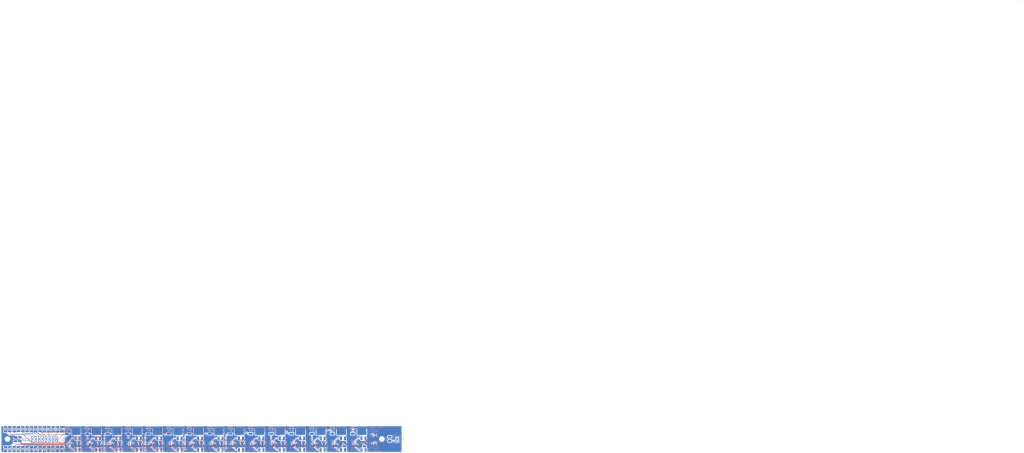
<source format=kicad_pcb>
(kicad_pcb (version 20171130) (host pcbnew "(5.1.5-0-10_14)")
  (title_block (rev 1))
  (layers (0 Front signal) (31 Back signal) (34 B.Paste user) (35 F.Paste user) (36 B.SilkS user) (37 F.SilkS user) (38 B.Mask user) (39 F.Mask user) (44 Edge.Cuts user))
  (net 0 "")
  (net 1 +5V)
  (net 2 "Net-(D17-Pad1)")
  (net 3 "Net-(D18-Pad1)")
  (net 4 "Net-(D19-Pad1)")
  (net 5 "Net-(D20-Pad1)")
  (net 6 "Net-(D21-Pad1)")
  (net 7 "Net-(D22-Pad1)")
  (net 8 "Net-(D23-Pad1)")
  (net 9 "Net-(D24-Pad1)")
  (net 10 "Net-(D10-Pad2)")
  (net 11 "Net-(D11-Pad2)")
  (net 12 "Net-(D12-Pad2)")
  (net 13 "Net-(D13-Pad2)")
  (net 14 "Net-(D14-Pad2)")
  (net 15 "Net-(D15-Pad2)")
  (net 16 "Net-(D16-Pad2)")
  (net 17 "Net-(D17-Pad2)")
  (net 18 "Net-(D18-Pad2)")
  (net 19 "Net-(D19-Pad2)")
  (net 20 "Net-(D20-Pad2)")
  (net 21 "Net-(D21-Pad2)")
  (net 22 "Net-(D22-Pad2)")
  (net 23 "Net-(D23-Pad2)")
  (net 24 "Net-(D24-Pad2)")
  (net 25 "Net-(D25-Pad2)")
  (net 26 "Net-(D26-Pad2)")
  (net 27 "Net-(D27-Pad2)")
  (net 28 "Net-(D28-Pad2)")
  (net 29 "Net-(D29-Pad2)")
  (net 30 "Net-(D30-Pad2)")
  (net 31 GND)
  (net 32 "Net-(J18-Pad1)")
  (net 33 "Net-(J18-Pad2)")
  (net 34 "Net-(J18-Pad3)")
  (net 35 "Net-(J18-Pad4)")
  (net 36 "Net-(J18-Pad5)")
  (net 37 "Net-(J18-Pad6)")
  (net 38 "Net-(J18-Pad7)")
  (net 39 "Net-(J18-Pad8)")
  (net 40 "Net-(J18-Pad9)")
  (net 41 "Net-(J18-Pad10)")
  (net 42 "Net-(J18-Pad11)")
  (net 43 "Net-(J18-Pad12)")
  (net 44 "Net-(J18-Pad13)")
  (net 45 "Net-(J18-Pad14)")
  (net 46 "Net-(J18-Pad15)")
  (net 47 "Net-(J18-Pad16)")
  (net 48 "Net-(J19-Pad1)")
  (net 49 "Net-(Q1-Pad1)")
  (net 50 "Net-(Q2-Pad1)")
  (net 51 "Net-(Q3-Pad1)")
  (net 52 "Net-(Q4-Pad1)")
  (net 53 "Net-(Q5-Pad1)")
  (net 54 "Net-(Q6-Pad1)")
  (net 55 "Net-(Q7-Pad1)")
  (net 56 "Net-(Q8-Pad1)")
  (net 57 "Net-(Q9-Pad1)")
  (net 58 "Net-(Q10-Pad1)")
  (net 59 "Net-(Q11-Pad1)")
  (net 60 "Net-(Q12-Pad1)")
  (net 61 "Net-(Q13-Pad1)")
  (net 62 "Net-(Q14-Pad1)")
  (net 63 "Net-(Q15-Pad1)")
  (net 64 "Net-(D1-Pad2)")
  (module Connector_IDC:IDC-Header_2x08_P2.54mm_Vertical (layer Back) (at 141 181.3 90)
    (fp_text reference J18 (at 0.889 4.445 90) (layer B.SilkS) (effects (justify mirror)))
    (fp_text value "Arduino Pins")
    (pad 2 thru_hole oval (at 2.54 -17.78 90) (size 1.7272 1.7272) (drill 1.016) (layers *.Cu *.Mask) (net 33 "Net-(J18-Pad2)"))
    (pad 15 thru_hole oval (at 0 -17.78 90) (size 1.7272 1.7272) (drill 1.016) (layers *.Cu *.Mask) (net 46 "Net-(J18-Pad15)"))
    (pad 4 thru_hole oval (at 2.54 -15.24 90) (size 1.7272 1.7272) (drill 1.016) (layers *.Cu *.Mask) (net 35 "Net-(J18-Pad4)"))
    (pad 13 thru_hole oval (at 0 -15.24 90) (size 1.7272 1.7272) (drill 1.016) (layers *.Cu *.Mask) (net 44 "Net-(J18-Pad13)"))
    (pad 6 thru_hole oval (at 2.54 -12.7 90) (size 1.7272 1.7272) (drill 1.016) (layers *.Cu *.Mask) (net 37 "Net-(J18-Pad6)"))
    (pad 11 thru_hole oval (at 0 -12.7 90) (size 1.7272 1.7272) (drill 1.016) (layers *.Cu *.Mask) (net 42 "Net-(J18-Pad11)"))
    (pad 8 thru_hole oval (at 2.54 -10.16 90) (size 1.7272 1.7272) (drill 1.016) (layers *.Cu *.Mask) (net 39 "Net-(J18-Pad8)"))
    (pad 9 thru_hole oval (at 0 -10.16 90) (size 1.7272 1.7272) (drill 1.016) (layers *.Cu *.Mask) (net 40 "Net-(J18-Pad9)"))
    (pad 10 thru_hole oval (at 2.54 -7.62 90) (size 1.7272 1.7272) (drill 1.016) (layers *.Cu *.Mask) (net 41 "Net-(J18-Pad10)"))
    (pad 7 thru_hole oval (at 0 -7.62 90) (size 1.7272 1.7272) (drill 1.016) (layers *.Cu *.Mask) (net 38 "Net-(J18-Pad7)"))
    (pad 12 thru_hole oval (at 2.54 -5.08 90) (size 1.7272 1.7272) (drill 1.016) (layers *.Cu *.Mask) (net 43 "Net-(J18-Pad12)"))
    (pad 5 thru_hole oval (at 0 -5.08 90) (size 1.7272 1.7272) (drill 1.016) (layers *.Cu *.Mask) (net 36 "Net-(J18-Pad5)"))
    (pad 14 thru_hole oval (at 2.54 -2.54 90) (size 1.7272 1.7272) (drill 1.016) (layers *.Cu *.Mask) (net 45 "Net-(J18-Pad14)"))
    (pad 3 thru_hole oval (at 0 -2.54 90) (size 1.7272 1.7272) (drill 1.016) (layers *.Cu *.Mask) (net 34 "Net-(J18-Pad3)"))
    (pad 16 thru_hole oval (at 2.54 0 90) (size 1.7272 1.7272) (drill 1.016) (layers *.Cu *.Mask) (net 47 "Net-(J18-Pad16)"))
    (pad 1 thru_hole rect (at 0 0 90) (size 1.7272 1.7272) (drill 1.016) (layers *.Cu *.Mask) (net 32 "Net-(J18-Pad1)"))
  )
  (module Resistor_SMD:R_1210_3225Metric_Pad1.42x2.65mm_HandSolder (layer Back) (at 262.409999 183.8796 90)
    (fp_text reference R39_L1 (at 0 2.28 90) (layer B.SilkS) (effects (justify mirror)))
    (fp_text value R)
    (pad 1 smd roundrect (at -1.4875 0 90) (size 1.425 2.65) (layers Back B.Paste B.Mask) (roundrect_rratio 0.175439) (net 23 "Net-(D23-Pad2)"))
    (pad 2 smd roundrect (at 1.4875 0 90) (size 1.425 2.65) (layers Back B.Paste B.Mask) (roundrect_rratio 0.175439) (net 1 +5V))
  )
  (module "Package_TO_SOT_SMD:TO252 (DPAK)" (layer Back) (at 170.27 173.85 90)
    (fp_text reference Q2 (at -0.08 -6.61) (layer B.SilkS) (effects (justify mirror)))
    (fp_text value AOD508)
    (pad 1 smd rect (at -2.286 -6.6) (size 3 1.5) (layers Back B.Paste B.Mask) (net 50 "Net-(Q2-Pad1)"))
    (pad 3 smd rect (at 2.286 -6.6) (size 3 1.5) (layers Back B.Paste B.Mask) (net 31 GND))
    (pad 2 smd rect (at 0 0 90) (size 6.25 6.8) (layers Back B.Paste B.Mask) (net 2 "Net-(D17-Pad1)"))
  )
  (module "Package_TO_SOT_SMD:TO252 (DPAK)" (layer Back) (at 185.27 173.85 90)
    (fp_text reference Q3 (at -0.17 -6.68 180) (layer B.SilkS) (effects (justify mirror)))
    (fp_text value AOD508)
    (pad 1 smd rect (at -2.286 -6.6) (size 3 1.5) (layers Back B.Paste B.Mask) (net 51 "Net-(Q3-Pad1)"))
    (pad 3 smd rect (at 2.286 -6.6) (size 3 1.5) (layers Back B.Paste B.Mask) (net 31 GND))
    (pad 2 smd rect (at 0 0 90) (size 6.25 6.8) (layers Back B.Paste B.Mask) (net 3 "Net-(D18-Pad1)"))
  )
  (module Connector_JST:JST_PH_S2B-PH-K_1x02_P2.00mm_Horizontal (layer Back) (at 151.5 183.5 180)
    (fp_text reference J1 (at 3.79 2.66) (layer B.SilkS) (effects (justify mirror)))
    (fp_text value Conn_01x02)
    (pad 2 thru_hole oval (at 2 0 180) (size 1.2 1.75) (drill 0.75) (layers *.Cu *.Mask) (net 64 "Net-(D1-Pad2)"))
    (pad 1 thru_hole roundrect (at 0 0 180) (size 1.2 1.75) (drill 0.75) (layers *.Cu *.Mask) (roundrect_rratio 0.208333) (net 1 +5V))
  )
  (module Connector_JST:JST_PH_S2B-PH-K_1x02_P2.00mm_Horizontal (layer Back) (at 166.496428 183.5 180)
    (fp_text reference J2 (at 3.56 2.63) (layer B.SilkS) (effects (justify mirror)))
    (fp_text value Conn_01x02)
    (pad 2 thru_hole oval (at 2 0 180) (size 1.2 1.75) (drill 0.75) (layers *.Cu *.Mask) (net 2 "Net-(D17-Pad1)"))
    (pad 1 thru_hole roundrect (at 0 0 180) (size 1.2 1.75) (drill 0.75) (layers *.Cu *.Mask) (roundrect_rratio 0.208333) (net 1 +5V))
  )
  (module Connector_JST:JST_PH_S2B-PH-K_1x02_P2.00mm_Horizontal (layer Back) (at 181.492856 183.5 180)
    (fp_text reference J3 (at 1 2.55) (layer B.SilkS) (effects (justify mirror)))
    (fp_text value Conn_01x02)
    (pad 1 thru_hole roundrect (at 0 0 180) (size 1.2 1.75) (drill 0.75) (layers *.Cu *.Mask) (roundrect_rratio 0.208333) (net 1 +5V))
    (pad 2 thru_hole oval (at 2 0 180) (size 1.2 1.75) (drill 0.75) (layers *.Cu *.Mask) (net 3 "Net-(D18-Pad1)"))
  )
  (module Connector_JST:JST_PH_S2B-PH-K_1x02_P2.00mm_Horizontal (layer Back) (at 196.489284 183.5 180)
    (fp_text reference J4 (at 1 2.55) (layer B.SilkS) (effects (justify mirror)))
    (fp_text value Conn_01x02)
    (pad 2 thru_hole oval (at 2 0 180) (size 1.2 1.75) (drill 0.75) (layers *.Cu *.Mask) (net 4 "Net-(D19-Pad1)"))
    (pad 1 thru_hole roundrect (at 0 0 180) (size 1.2 1.75) (drill 0.75) (layers *.Cu *.Mask) (roundrect_rratio 0.208333) (net 1 +5V))
  )
  (module Connector_JST:JST_PH_S2B-PH-K_1x02_P2.00mm_Horizontal (layer Back) (at 211.485712 183.5 180)
    (fp_text reference J5 (at 1 2.55) (layer B.SilkS) (effects (justify mirror)))
    (fp_text value Conn_01x02)
    (pad 1 thru_hole roundrect (at 0 0 180) (size 1.2 1.75) (drill 0.75) (layers *.Cu *.Mask) (roundrect_rratio 0.208333) (net 1 +5V))
    (pad 2 thru_hole oval (at 2 0 180) (size 1.2 1.75) (drill 0.75) (layers *.Cu *.Mask) (net 5 "Net-(D20-Pad1)"))
  )
  (module Connector_JST:JST_PH_S2B-PH-K_1x02_P2.00mm_Horizontal (layer Back) (at 226.48214 183.5 180)
    (fp_text reference J6 (at 1 2.55) (layer B.SilkS) (effects (justify mirror)))
    (fp_text value Conn_01x02)
    (pad 2 thru_hole oval (at 2 0 180) (size 1.2 1.75) (drill 0.75) (layers *.Cu *.Mask) (net 6 "Net-(D21-Pad1)"))
    (pad 1 thru_hole roundrect (at 0 0 180) (size 1.2 1.75) (drill 0.75) (layers *.Cu *.Mask) (roundrect_rratio 0.208333) (net 1 +5V))
  )
  (module Connector_JST:JST_PH_S2B-PH-K_1x02_P2.00mm_Horizontal (layer Back) (at 241.478568 183.5 180)
    (fp_text reference J7 (at 1 2.55) (layer B.SilkS) (effects (justify mirror)))
    (fp_text value Conn_01x02)
    (pad 1 thru_hole roundrect (at 0 0 180) (size 1.2 1.75) (drill 0.75) (layers *.Cu *.Mask) (roundrect_rratio 0.208333) (net 1 +5V))
    (pad 2 thru_hole oval (at 2 0 180) (size 1.2 1.75) (drill 0.75) (layers *.Cu *.Mask) (net 7 "Net-(D22-Pad1)"))
  )
  (module Connector_JST:JST_PH_S2B-PH-K_1x02_P2.00mm_Horizontal (layer Back) (at 256.474996 183.5 180)
    (fp_text reference J8 (at 1 2.55) (layer B.SilkS) (effects (justify mirror)))
    (fp_text value Conn_01x02)
    (pad 2 thru_hole oval (at 2 0 180) (size 1.2 1.75) (drill 0.75) (layers *.Cu *.Mask) (net 8 "Net-(D23-Pad1)"))
    (pad 1 thru_hole roundrect (at 0 0 180) (size 1.2 1.75) (drill 0.75) (layers *.Cu *.Mask) (roundrect_rratio 0.208333) (net 1 +5V))
  )
  (module Connector_JST:JST_PH_S2B-PH-K_1x02_P2.00mm_Horizontal (layer Back) (at 271.471424 183.5 180)
    (fp_text reference J9 (at 1 2.55) (layer B.SilkS) (effects (justify mirror)))
    (fp_text value Conn_01x02)
    (pad 1 thru_hole roundrect (at 0 0 180) (size 1.2 1.75) (drill 0.75) (layers *.Cu *.Mask) (roundrect_rratio 0.208333) (net 1 +5V))
    (pad 2 thru_hole oval (at 2 0 180) (size 1.2 1.75) (drill 0.75) (layers *.Cu *.Mask) (net 9 "Net-(D24-Pad1)"))
  )
  (module Connector_JST:JST_PH_S2B-PH-K_1x02_P2.00mm_Horizontal (layer Back) (at 286.467852 183.5 180)
    (fp_text reference J10 (at 1 2.55) (layer B.SilkS) (effects (justify mirror)))
    (fp_text value Conn_01x02)
    (pad 2 thru_hole oval (at 2 0 180) (size 1.2 1.75) (drill 0.75) (layers *.Cu *.Mask) (net 10 "Net-(D10-Pad2)"))
    (pad 1 thru_hole roundrect (at 0 0 180) (size 1.2 1.75) (drill 0.75) (layers *.Cu *.Mask) (roundrect_rratio 0.208333) (net 1 +5V))
  )
  (module Connector_JST:JST_PH_S2B-PH-K_1x02_P2.00mm_Horizontal (layer Back) (at 301.46428 183.5 180)
    (fp_text reference J11 (at 1 2.55) (layer B.SilkS) (effects (justify mirror)))
    (fp_text value Conn_01x02)
    (pad 2 thru_hole oval (at 2 0 180) (size 1.2 1.75) (drill 0.75) (layers *.Cu *.Mask) (net 11 "Net-(D11-Pad2)"))
    (pad 1 thru_hole roundrect (at 0 0 180) (size 1.2 1.75) (drill 0.75) (layers *.Cu *.Mask) (roundrect_rratio 0.208333) (net 1 +5V))
  )
  (module Connector_JST:JST_PH_S2B-PH-K_1x02_P2.00mm_Horizontal (layer Back) (at 316.460708 183.5 180)
    (fp_text reference J12 (at 1 2.55) (layer B.SilkS) (effects (justify mirror)))
    (fp_text value Conn_01x02)
    (pad 1 thru_hole roundrect (at 0 0 180) (size 1.2 1.75) (drill 0.75) (layers *.Cu *.Mask) (roundrect_rratio 0.208333) (net 1 +5V))
    (pad 2 thru_hole oval (at 2 0 180) (size 1.2 1.75) (drill 0.75) (layers *.Cu *.Mask) (net 12 "Net-(D12-Pad2)"))
  )
  (module Connector_JST:JST_PH_S2B-PH-K_1x02_P2.00mm_Horizontal (layer Back) (at 331.457136 183.5 180)
    (fp_text reference J13 (at 1 2.55) (layer B.SilkS) (effects (justify mirror)))
    (fp_text value Conn_01x02)
    (pad 2 thru_hole oval (at 2 0 180) (size 1.2 1.75) (drill 0.75) (layers *.Cu *.Mask) (net 13 "Net-(D13-Pad2)"))
    (pad 1 thru_hole roundrect (at 0 0 180) (size 1.2 1.75) (drill 0.75) (layers *.Cu *.Mask) (roundrect_rratio 0.208333) (net 1 +5V))
  )
  (module Connector_JST:JST_PH_S2B-PH-K_1x02_P2.00mm_Horizontal (layer Back) (at 346.453564 183.5 180)
    (fp_text reference J14 (at 3.203564 2.61) (layer B.SilkS) (effects (justify mirror)))
    (fp_text value Conn_01x02)
    (pad 1 thru_hole roundrect (at 0 0 180) (size 1.2 1.75) (drill 0.75) (layers *.Cu *.Mask) (roundrect_rratio 0.208333) (net 1 +5V))
    (pad 2 thru_hole oval (at 2 0 180) (size 1.2 1.75) (drill 0.75) (layers *.Cu *.Mask) (net 14 "Net-(D14-Pad2)"))
  )
  (module Connector_JST:JST_PH_S2B-PH-K_1x02_P2.00mm_Horizontal (layer Back) (at 361.45 183.5 180)
    (fp_text reference J15 (at 3.14 2.53) (layer B.SilkS) (effects (justify mirror)))
    (fp_text value Conn_01x02)
    (pad 2 thru_hole oval (at 2 0 180) (size 1.2 1.75) (drill 0.75) (layers *.Cu *.Mask) (net 15 "Net-(D15-Pad2)"))
    (pad 1 thru_hole roundrect (at 0 0 180) (size 1.2 1.75) (drill 0.75) (layers *.Cu *.Mask) (roundrect_rratio 0.208333) (net 1 +5V))
  )
  (module Connector_JST:JST_PH_S2B-PH-K_1x02_P2.00mm_Horizontal (layer Back) (at 375.13 183.08 180)
    (fp_text reference J16 (at -3.96 -6.08) (layer B.SilkS) (effects (justify mirror)))
    (fp_text value "Power Daisy Chain_input")
    (pad 2 thru_hole oval (at 2 0 180) (size 1.2 1.75) (drill 0.75) (layers *.Cu *.Mask) (net 31 GND))
    (pad 1 thru_hole roundrect (at 0 0 180) (size 1.2 1.75) (drill 0.75) (layers *.Cu *.Mask) (roundrect_rratio 0.208333) (net 1 +5V))
  )
  (module Connector_JST:JST_PH_S2B-PH-K_1x02_P2.00mm_Horizontal (layer Back) (at 373.13 177.08)
    (fp_text reference J17 (at 6.12 -5.86) (layer B.SilkS) (effects (justify mirror)))
    (fp_text value "Power Daisy Chain_Output")
    (pad 2 thru_hole oval (at 2 0) (size 1.2 1.75) (drill 0.75) (layers *.Cu *.Mask) (net 31 GND))
    (pad 1 thru_hole roundrect (at 0 0) (size 1.2 1.75) (drill 0.75) (layers *.Cu *.Mask) (roundrect_rratio 0.208333) (net 1 +5V))
  )
  (module TerminalBlock_TE-Connectivity:TerminalBlock_TE_282834-2_1x02_P2.54mm_Horizontal (layer Back) (at 391.18 181.27 90)
    (fp_text reference J19 (at 1.27 4.37 90) (layer B.SilkS) (effects (justify mirror)))
    (fp_text value Screw_Terminal_01x02)
    (pad 2 thru_hole circle (at 2.54 0 90) (size 2.1 2.1) (drill 1.1) (layers *.Cu *.Mask) (net 31 GND))
    (pad 1 thru_hole rect (at 0 0 90) (size 2.1 2.1) (drill 1.1) (layers *.Cu *.Mask) (net 48 "Net-(J19-Pad1)"))
  )
  (module "Package_TO_SOT_SMD:TO252 (DPAK)" (layer Back) (at 155.27 173.85 90)
    (fp_text reference Q1 (at 0.01 -6.63) (layer B.SilkS) (effects (justify mirror)))
    (fp_text value AOD508)
    (pad 2 smd rect (at 0 0 90) (size 6.25 6.8) (layers Back B.Paste B.Mask) (net 64 "Net-(D1-Pad2)"))
    (pad 3 smd rect (at 2.286 -6.6) (size 3 1.5) (layers Back B.Paste B.Mask) (net 31 GND))
    (pad 1 smd rect (at -2.286 -6.6) (size 3 1.5) (layers Back B.Paste B.Mask) (net 49 "Net-(Q1-Pad1)"))
  )
  (module "Package_TO_SOT_SMD:TO252 (DPAK)" (layer Back) (at 200.27 173.85 90)
    (fp_text reference Q4 (at 0.06 -6.61 180) (layer B.SilkS) (effects (justify mirror)))
    (fp_text value AOD508)
    (pad 1 smd rect (at -2.286 -6.6) (size 3 1.5) (layers Back B.Paste B.Mask) (net 52 "Net-(Q4-Pad1)"))
    (pad 3 smd rect (at 2.286 -6.6) (size 3 1.5) (layers Back B.Paste B.Mask) (net 31 GND))
    (pad 2 smd rect (at 0 0 90) (size 6.25 6.8) (layers Back B.Paste B.Mask) (net 4 "Net-(D19-Pad1)"))
  )
  (module "Package_TO_SOT_SMD:TO252 (DPAK)" (layer Back) (at 215.27 173.85 90)
    (fp_text reference Q5 (at 0.06 -6.46 180) (layer B.SilkS) (effects (justify mirror)))
    (fp_text value AOD508)
    (pad 1 smd rect (at -2.286 -6.6) (size 3 1.5) (layers Back B.Paste B.Mask) (net 53 "Net-(Q5-Pad1)"))
    (pad 3 smd rect (at 2.286 -6.6) (size 3 1.5) (layers Back B.Paste B.Mask) (net 31 GND))
    (pad 2 smd rect (at 0 0 90) (size 6.25 6.8) (layers Back B.Paste B.Mask) (net 5 "Net-(D20-Pad1)"))
  )
  (module "Package_TO_SOT_SMD:TO252 (DPAK)" (layer Back) (at 230.27 173.85 90)
    (fp_text reference Q6 (at 0 -6.63 180) (layer B.SilkS) (effects (justify mirror)))
    (fp_text value AOD508)
    (pad 1 smd rect (at -2.286 -6.6) (size 3 1.5) (layers Back B.Paste B.Mask) (net 54 "Net-(Q6-Pad1)"))
    (pad 3 smd rect (at 2.286 -6.6) (size 3 1.5) (layers Back B.Paste B.Mask) (net 31 GND))
    (pad 2 smd rect (at 0 0 90) (size 6.25 6.8) (layers Back B.Paste B.Mask) (net 6 "Net-(D21-Pad1)"))
  )
  (module "Package_TO_SOT_SMD:TO252 (DPAK)" (layer Back) (at 245.27 173.85 90)
    (fp_text reference Q7 (at 0.06 -6.41 180) (layer B.SilkS) (effects (justify mirror)))
    (fp_text value AOD508)
    (pad 2 smd rect (at 0 0 90) (size 6.25 6.8) (layers Back B.Paste B.Mask) (net 7 "Net-(D22-Pad1)"))
    (pad 3 smd rect (at 2.286 -6.6) (size 3 1.5) (layers Back B.Paste B.Mask) (net 31 GND))
    (pad 1 smd rect (at -2.286 -6.6) (size 3 1.5) (layers Back B.Paste B.Mask) (net 55 "Net-(Q7-Pad1)"))
  )
  (module "Package_TO_SOT_SMD:TO252 (DPAK)" (layer Back) (at 260.27 173.85 90)
    (fp_text reference Q8 (at -0.07 -6.61 180) (layer B.SilkS) (effects (justify mirror)))
    (fp_text value AOD508)
    (pad 1 smd rect (at -2.286 -6.6) (size 3 1.5) (layers Back B.Paste B.Mask) (net 56 "Net-(Q8-Pad1)"))
    (pad 3 smd rect (at 2.286 -6.6) (size 3 1.5) (layers Back B.Paste B.Mask) (net 31 GND))
    (pad 2 smd rect (at 0 0 90) (size 6.25 6.8) (layers Back B.Paste B.Mask) (net 8 "Net-(D23-Pad1)"))
  )
  (module "Package_TO_SOT_SMD:TO252 (DPAK)" (layer Back) (at 275.27 173.85 90)
    (fp_text reference Q9 (at -0.03 -6.22 180) (layer B.SilkS) (effects (justify mirror)))
    (fp_text value AOD508)
    (pad 2 smd rect (at 0 0 90) (size 6.25 6.8) (layers Back B.Paste B.Mask) (net 9 "Net-(D24-Pad1)"))
    (pad 3 smd rect (at 2.286 -6.6) (size 3 1.5) (layers Back B.Paste B.Mask) (net 31 GND))
    (pad 1 smd rect (at -2.286 -6.6) (size 3 1.5) (layers Back B.Paste B.Mask) (net 57 "Net-(Q9-Pad1)"))
  )
  (module "Package_TO_SOT_SMD:TO252 (DPAK)" (layer Back) (at 290.27 173.85 90)
    (fp_text reference Q10 (at -0.07 -6.45 180) (layer B.SilkS) (effects (justify mirror)))
    (fp_text value AOD508)
    (pad 1 smd rect (at -2.286 -6.6) (size 3 1.5) (layers Back B.Paste B.Mask) (net 58 "Net-(Q10-Pad1)"))
    (pad 3 smd rect (at 2.286 -6.6) (size 3 1.5) (layers Back B.Paste B.Mask) (net 31 GND))
    (pad 2 smd rect (at 0 0 90) (size 6.25 6.8) (layers Back B.Paste B.Mask) (net 10 "Net-(D10-Pad2)"))
  )
  (module "Package_TO_SOT_SMD:TO252 (DPAK)" (layer Back) (at 305.27 173.85 90)
    (fp_text reference Q11 (at -0.07 -6.47 180) (layer B.SilkS) (effects (justify mirror)))
    (fp_text value AOD508)
    (pad 2 smd rect (at 0 0 90) (size 6.25 6.8) (layers Back B.Paste B.Mask) (net 11 "Net-(D11-Pad2)"))
    (pad 3 smd rect (at 2.286 -6.6) (size 3 1.5) (layers Back B.Paste B.Mask) (net 31 GND))
    (pad 1 smd rect (at -2.286 -6.6) (size 3 1.5) (layers Back B.Paste B.Mask) (net 59 "Net-(Q11-Pad1)"))
  )
  (module "Package_TO_SOT_SMD:TO252 (DPAK)" (layer Back) (at 320.27 173.85 90)
    (fp_text reference Q12 (at -0.21 -6.33 180) (layer B.SilkS) (effects (justify mirror)))
    (fp_text value AOD508)
    (pad 1 smd rect (at -2.286 -6.6) (size 3 1.5) (layers Back B.Paste B.Mask) (net 60 "Net-(Q12-Pad1)"))
    (pad 3 smd rect (at 2.286 -6.6) (size 3 1.5) (layers Back B.Paste B.Mask) (net 31 GND))
    (pad 2 smd rect (at 0 0 90) (size 6.25 6.8) (layers Back B.Paste B.Mask) (net 12 "Net-(D12-Pad2)"))
  )
  (module "Package_TO_SOT_SMD:TO252 (DPAK)" (layer Back) (at 335.27 173.85 90)
    (fp_text reference Q13 (at -0.1 -6.64 180) (layer B.SilkS) (effects (justify mirror)))
    (fp_text value AOD508)
    (pad 2 smd rect (at 0 0 90) (size 6.25 6.8) (layers Back B.Paste B.Mask) (net 13 "Net-(D13-Pad2)"))
    (pad 3 smd rect (at 2.286 -6.6) (size 3 1.5) (layers Back B.Paste B.Mask) (net 31 GND))
    (pad 1 smd rect (at -2.286 -6.6) (size 3 1.5) (layers Back B.Paste B.Mask) (net 61 "Net-(Q13-Pad1)"))
  )
  (module "Package_TO_SOT_SMD:TO252 (DPAK)" (layer Back) (at 350.27 173.85 90)
    (fp_text reference Q14 (at -0.25 -6.58 180) (layer B.SilkS) (effects (justify mirror)))
    (fp_text value AOD508)
    (pad 1 smd rect (at -2.286 -6.6) (size 3 1.5) (layers Back B.Paste B.Mask) (net 62 "Net-(Q14-Pad1)"))
    (pad 3 smd rect (at 2.286 -6.6) (size 3 1.5) (layers Back B.Paste B.Mask) (net 31 GND))
    (pad 2 smd rect (at 0 0 90) (size 6.25 6.8) (layers Back B.Paste B.Mask) (net 14 "Net-(D14-Pad2)"))
  )
  (module "Package_TO_SOT_SMD:TO252 (DPAK)" (layer Back) (at 365.27 173.85 90)
    (fp_text reference Q15 (at -0.29 -6.55) (layer B.SilkS) (effects (justify mirror)))
    (fp_text value AOD508)
    (pad 1 smd rect (at -2.286 -6.6) (size 3 1.5) (layers Back B.Paste B.Mask) (net 63 "Net-(Q15-Pad1)"))
    (pad 3 smd rect (at 2.286 -6.6) (size 3 1.5) (layers Back B.Paste B.Mask) (net 31 GND))
    (pad 2 smd rect (at 0 0 90) (size 6.25 6.8) (layers Back B.Paste B.Mask) (net 15 "Net-(D15-Pad2)"))
  )
  (module Diode_SMD:D_1210_3225Metric_Pad1.42x2.65mm_HandSolder (layer Back) (at 156.5 179.5 180)
    (fp_text reference D1 (at 0 2.28) (layer B.SilkS) (effects (justify mirror)))
    (fp_text value 1N4004)
    (pad 1 smd roundrect (at -1.4875 0 180) (size 1.425 2.65) (layers Back B.Paste B.Mask) (roundrect_rratio 0.175439) (net 1 +5V))
    (pad 2 smd roundrect (at 1.4875 0 180) (size 1.425 2.65) (layers Back B.Paste B.Mask) (roundrect_rratio 0.175439) (net 64 "Net-(D1-Pad2)"))
  )
  (module Diode_SMD:D_1210_3225Metric_Pad1.42x2.65mm_HandSolder (layer Back) (at 171.5 179.5 180)
    (fp_text reference D2 (at 0 2.28) (layer B.SilkS) (effects (justify mirror)))
    (fp_text value 1N4004)
    (pad 1 smd roundrect (at -1.4875 0 180) (size 1.425 2.65) (layers Back B.Paste B.Mask) (roundrect_rratio 0.175439) (net 1 +5V))
    (pad 2 smd roundrect (at 1.4875 0 180) (size 1.425 2.65) (layers Back B.Paste B.Mask) (roundrect_rratio 0.175439) (net 2 "Net-(D17-Pad1)"))
  )
  (module Diode_SMD:D_1210_3225Metric_Pad1.42x2.65mm_HandSolder (layer Back) (at 186.5 179.5 180)
    (fp_text reference D3 (at 0 2.28) (layer B.SilkS) (effects (justify mirror)))
    (fp_text value 1N4004)
    (pad 2 smd roundrect (at 1.4875 0 180) (size 1.425 2.65) (layers Back B.Paste B.Mask) (roundrect_rratio 0.175439) (net 3 "Net-(D18-Pad1)"))
    (pad 1 smd roundrect (at -1.4875 0 180) (size 1.425 2.65) (layers Back B.Paste B.Mask) (roundrect_rratio 0.175439) (net 1 +5V))
  )
  (module Diode_SMD:D_1210_3225Metric_Pad1.42x2.65mm_HandSolder (layer Back) (at 201.5 179.5 180)
    (fp_text reference D4 (at 0 2.28) (layer B.SilkS) (effects (justify mirror)))
    (fp_text value 1N4004)
    (pad 1 smd roundrect (at -1.4875 0 180) (size 1.425 2.65) (layers Back B.Paste B.Mask) (roundrect_rratio 0.175439) (net 1 +5V))
    (pad 2 smd roundrect (at 1.4875 0 180) (size 1.425 2.65) (layers Back B.Paste B.Mask) (roundrect_rratio 0.175439) (net 4 "Net-(D19-Pad1)"))
  )
  (module Diode_SMD:D_1210_3225Metric_Pad1.42x2.65mm_HandSolder (layer Back) (at 216.5 179.5 180)
    (fp_text reference D5 (at 0 2.28) (layer B.SilkS) (effects (justify mirror)))
    (fp_text value 1N4004)
    (pad 2 smd roundrect (at 1.4875 0 180) (size 1.425 2.65) (layers Back B.Paste B.Mask) (roundrect_rratio 0.175439) (net 5 "Net-(D20-Pad1)"))
    (pad 1 smd roundrect (at -1.4875 0 180) (size 1.425 2.65) (layers Back B.Paste B.Mask) (roundrect_rratio 0.175439) (net 1 +5V))
  )
  (module Diode_SMD:D_1210_3225Metric_Pad1.42x2.65mm_HandSolder (layer Back) (at 231.5 179.5 180)
    (fp_text reference D6 (at 0 2.28) (layer B.SilkS) (effects (justify mirror)))
    (fp_text value 1N4004)
    (pad 2 smd roundrect (at 1.4875 0 180) (size 1.425 2.65) (layers Back B.Paste B.Mask) (roundrect_rratio 0.175439) (net 6 "Net-(D21-Pad1)"))
    (pad 1 smd roundrect (at -1.4875 0 180) (size 1.425 2.65) (layers Back B.Paste B.Mask) (roundrect_rratio 0.175439) (net 1 +5V))
  )
  (module Diode_SMD:D_1210_3225Metric_Pad1.42x2.65mm_HandSolder (layer Back) (at 246.5 179.5 180)
    (fp_text reference D7 (at 0 2.28) (layer B.SilkS) (effects (justify mirror)))
    (fp_text value 1N4004)
    (pad 1 smd roundrect (at -1.4875 0 180) (size 1.425 2.65) (layers Back B.Paste B.Mask) (roundrect_rratio 0.175439) (net 1 +5V))
    (pad 2 smd roundrect (at 1.4875 0 180) (size 1.425 2.65) (layers Back B.Paste B.Mask) (roundrect_rratio 0.175439) (net 7 "Net-(D22-Pad1)"))
  )
  (module Diode_SMD:D_1210_3225Metric_Pad1.42x2.65mm_HandSolder (layer Back) (at 261.5 179.5 180)
    (fp_text reference D8 (at 0 2.28) (layer B.SilkS) (effects (justify mirror)))
    (fp_text value 1N4004)
    (pad 2 smd roundrect (at 1.4875 0 180) (size 1.425 2.65) (layers Back B.Paste B.Mask) (roundrect_rratio 0.175439) (net 8 "Net-(D23-Pad1)"))
    (pad 1 smd roundrect (at -1.4875 0 180) (size 1.425 2.65) (layers Back B.Paste B.Mask) (roundrect_rratio 0.175439) (net 1 +5V))
  )
  (module Diode_SMD:D_1210_3225Metric_Pad1.42x2.65mm_HandSolder (layer Back) (at 276.5 179.5 180)
    (fp_text reference D9 (at 0 2.28) (layer B.SilkS) (effects (justify mirror)))
    (fp_text value 1N4004)
    (pad 1 smd roundrect (at -1.4875 0 180) (size 1.425 2.65) (layers Back B.Paste B.Mask) (roundrect_rratio 0.175439) (net 1 +5V))
    (pad 2 smd roundrect (at 1.4875 0 180) (size 1.425 2.65) (layers Back B.Paste B.Mask) (roundrect_rratio 0.175439) (net 9 "Net-(D24-Pad1)"))
  )
  (module Diode_SMD:D_1210_3225Metric_Pad1.42x2.65mm_HandSolder (layer Back) (at 291.5 179.5 180)
    (fp_text reference D10 (at 0 2.28) (layer B.SilkS) (effects (justify mirror)))
    (fp_text value 1N4004)
    (pad 2 smd roundrect (at 1.4875 0 180) (size 1.425 2.65) (layers Back B.Paste B.Mask) (roundrect_rratio 0.175439) (net 10 "Net-(D10-Pad2)"))
    (pad 1 smd roundrect (at -1.4875 0 180) (size 1.425 2.65) (layers Back B.Paste B.Mask) (roundrect_rratio 0.175439) (net 1 +5V))
  )
  (module Diode_SMD:D_1210_3225Metric_Pad1.42x2.65mm_HandSolder (layer Back) (at 306.5 179.5 180)
    (fp_text reference D11 (at 0 2.28) (layer B.SilkS) (effects (justify mirror)))
    (fp_text value 1N4004)
    (pad 2 smd roundrect (at 1.4875 0 180) (size 1.425 2.65) (layers Back B.Paste B.Mask) (roundrect_rratio 0.175439) (net 11 "Net-(D11-Pad2)"))
    (pad 1 smd roundrect (at -1.4875 0 180) (size 1.425 2.65) (layers Back B.Paste B.Mask) (roundrect_rratio 0.175439) (net 1 +5V))
  )
  (module Diode_SMD:D_1210_3225Metric_Pad1.42x2.65mm_HandSolder (layer Back) (at 321.5 179.5 180)
    (fp_text reference D12 (at 0 2.28) (layer B.SilkS) (effects (justify mirror)))
    (fp_text value 1N4004)
    (pad 1 smd roundrect (at -1.4875 0 180) (size 1.425 2.65) (layers Back B.Paste B.Mask) (roundrect_rratio 0.175439) (net 1 +5V))
    (pad 2 smd roundrect (at 1.4875 0 180) (size 1.425 2.65) (layers Back B.Paste B.Mask) (roundrect_rratio 0.175439) (net 12 "Net-(D12-Pad2)"))
  )
  (module Diode_SMD:D_1210_3225Metric_Pad1.42x2.65mm_HandSolder (layer Back) (at 336.5 179.5 180)
    (fp_text reference D13 (at 0 2.28) (layer B.SilkS) (effects (justify mirror)))
    (fp_text value 1N4004)
    (pad 1 smd roundrect (at -1.4875 0 180) (size 1.425 2.65) (layers Back B.Paste B.Mask) (roundrect_rratio 0.175439) (net 1 +5V))
    (pad 2 smd roundrect (at 1.4875 0 180) (size 1.425 2.65) (layers Back B.Paste B.Mask) (roundrect_rratio 0.175439) (net 13 "Net-(D13-Pad2)"))
  )
  (module Diode_SMD:D_1210_3225Metric_Pad1.42x2.65mm_HandSolder (layer Back) (at 351.5 179.5 180)
    (fp_text reference D14 (at 4 1.15) (layer B.SilkS) (effects (justify mirror)))
    (fp_text value 1N4004)
    (pad 2 smd roundrect (at 1.4875 0 180) (size 1.425 2.65) (layers Back B.Paste B.Mask) (roundrect_rratio 0.175439) (net 14 "Net-(D14-Pad2)"))
    (pad 1 smd roundrect (at -1.4875 0 180) (size 1.425 2.65) (layers Back B.Paste B.Mask) (roundrect_rratio 0.175439) (net 1 +5V))
  )
  (module Diode_SMD:D_1210_3225Metric_Pad1.42x2.65mm_HandSolder (layer Back) (at 366.5 179.5 180)
    (fp_text reference D15 (at 4.01 1.08) (layer B.SilkS) (effects (justify mirror)))
    (fp_text value 1N4004)
    (pad 2 smd roundrect (at 1.4875 0 180) (size 1.425 2.65) (layers Back B.Paste B.Mask) (roundrect_rratio 0.175439) (net 15 "Net-(D15-Pad2)"))
    (pad 1 smd roundrect (at -1.4875 0 180) (size 1.425 2.65) (layers Back B.Paste B.Mask) (roundrect_rratio 0.175439) (net 1 +5V))
  )
  (module LED_SMD:LED_1210_3225Metric_Pad1.42x2.65mm_HandSolder (layer Back) (at 156.5 188)
    (fp_text reference D16 (at 3.22 0.09 -90) (layer B.SilkS) (effects (justify mirror)))
    (fp_text value LED)
    (pad 2 smd roundrect (at 1.4875 0) (size 1.425 2.65) (layers Back B.Paste B.Mask) (roundrect_rratio 0.175439) (net 16 "Net-(D16-Pad2)"))
    (pad 1 smd roundrect (at -1.4875 0) (size 1.425 2.65) (layers Back B.Paste B.Mask) (roundrect_rratio 0.175439) (net 64 "Net-(D1-Pad2)"))
  )
  (module LED_SMD:LED_1210_3225Metric_Pad1.42x2.65mm_HandSolder (layer Back) (at 171.5 188)
    (fp_text reference D17 (at 3.22 0.11 -90) (layer B.SilkS) (effects (justify mirror)))
    (fp_text value LED)
    (pad 2 smd roundrect (at 1.4875 0) (size 1.425 2.65) (layers Back B.Paste B.Mask) (roundrect_rratio 0.175439) (net 17 "Net-(D17-Pad2)"))
    (pad 1 smd roundrect (at -1.4875 0) (size 1.425 2.65) (layers Back B.Paste B.Mask) (roundrect_rratio 0.175439) (net 2 "Net-(D17-Pad1)"))
  )
  (module LED_SMD:LED_1210_3225Metric_Pad1.42x2.65mm_HandSolder (layer Back) (at 186.5 188)
    (fp_text reference D18 (at 3.19 0.23 -90) (layer B.SilkS) (effects (justify mirror)))
    (fp_text value LED)
    (pad 2 smd roundrect (at 1.4875 0) (size 1.425 2.65) (layers Back B.Paste B.Mask) (roundrect_rratio 0.175439) (net 18 "Net-(D18-Pad2)"))
    (pad 1 smd roundrect (at -1.4875 0) (size 1.425 2.65) (layers Back B.Paste B.Mask) (roundrect_rratio 0.175439) (net 3 "Net-(D18-Pad1)"))
  )
  (module LED_SMD:LED_1210_3225Metric_Pad1.42x2.65mm_HandSolder (layer Back) (at 201.5 188)
    (fp_text reference D19 (at 3.17 0.23 -90) (layer B.SilkS) (effects (justify mirror)))
    (fp_text value LED)
    (pad 1 smd roundrect (at -1.4875 0) (size 1.425 2.65) (layers Back B.Paste B.Mask) (roundrect_rratio 0.175439) (net 4 "Net-(D19-Pad1)"))
    (pad 2 smd roundrect (at 1.4875 0) (size 1.425 2.65) (layers Back B.Paste B.Mask) (roundrect_rratio 0.175439) (net 19 "Net-(D19-Pad2)"))
  )
  (module LED_SMD:LED_1210_3225Metric_Pad1.42x2.65mm_HandSolder (layer Back) (at 216.5 188)
    (fp_text reference D20 (at 3.18265 0.16 -90) (layer B.SilkS) (effects (justify mirror)))
    (fp_text value LED)
    (pad 2 smd roundrect (at 1.4875 0) (size 1.425 2.65) (layers Back B.Paste B.Mask) (roundrect_rratio 0.175439) (net 20 "Net-(D20-Pad2)"))
    (pad 1 smd roundrect (at -1.4875 0) (size 1.425 2.65) (layers Back B.Paste B.Mask) (roundrect_rratio 0.175439) (net 5 "Net-(D20-Pad1)"))
  )
  (module LED_SMD:LED_1210_3225Metric_Pad1.42x2.65mm_HandSolder (layer Back) (at 231.5 188)
    (fp_text reference D21 (at 3.12 0.06 -90) (layer B.SilkS) (effects (justify mirror)))
    (fp_text value LED)
    (pad 1 smd roundrect (at -1.4875 0) (size 1.425 2.65) (layers Back B.Paste B.Mask) (roundrect_rratio 0.175439) (net 6 "Net-(D21-Pad1)"))
    (pad 2 smd roundrect (at 1.4875 0) (size 1.425 2.65) (layers Back B.Paste B.Mask) (roundrect_rratio 0.175439) (net 21 "Net-(D21-Pad2)"))
  )
  (module LED_SMD:LED_1210_3225Metric_Pad1.42x2.65mm_HandSolder (layer Back) (at 246.5 188)
    (fp_text reference D22 (at 3.14 0.2 -90) (layer B.SilkS) (effects (justify mirror)))
    (fp_text value LED)
    (pad 2 smd roundrect (at 1.4875 0) (size 1.425 2.65) (layers Back B.Paste B.Mask) (roundrect_rratio 0.175439) (net 22 "Net-(D22-Pad2)"))
    (pad 1 smd roundrect (at -1.4875 0) (size 1.425 2.65) (layers Back B.Paste B.Mask) (roundrect_rratio 0.175439) (net 7 "Net-(D22-Pad1)"))
  )
  (module LED_SMD:LED_1210_3225Metric_Pad1.42x2.65mm_HandSolder (layer Back) (at 261.5 188)
    (fp_text reference D23 (at 3.14 0.2 -90) (layer B.SilkS) (effects (justify mirror)))
    (fp_text value LED)
    (pad 1 smd roundrect (at -1.4875 0) (size 1.425 2.65) (layers Back B.Paste B.Mask) (roundrect_rratio 0.175439) (net 8 "Net-(D23-Pad1)"))
    (pad 2 smd roundrect (at 1.4875 0) (size 1.425 2.65) (layers Back B.Paste B.Mask) (roundrect_rratio 0.175439) (net 23 "Net-(D23-Pad2)"))
  )
  (module LED_SMD:LED_1210_3225Metric_Pad1.42x2.65mm_HandSolder (layer Back) (at 276.5 188)
    (fp_text reference D24 (at 3.12 0.05 -90) (layer B.SilkS) (effects (justify mirror)))
    (fp_text value LED)
    (pad 2 smd roundrect (at 1.4875 0) (size 1.425 2.65) (layers Back B.Paste B.Mask) (roundrect_rratio 0.175439) (net 24 "Net-(D24-Pad2)"))
    (pad 1 smd roundrect (at -1.4875 0) (size 1.425 2.65) (layers Back B.Paste B.Mask) (roundrect_rratio 0.175439) (net 9 "Net-(D24-Pad1)"))
  )
  (module LED_SMD:LED_1210_3225Metric_Pad1.42x2.65mm_HandSolder (layer Back) (at 291.5 188)
    (fp_text reference D25 (at 3.19 0.16 -90) (layer B.SilkS) (effects (justify mirror)))
    (fp_text value LED)
    (pad 1 smd roundrect (at -1.4875 0) (size 1.425 2.65) (layers Back B.Paste B.Mask) (roundrect_rratio 0.175439) (net 10 "Net-(D10-Pad2)"))
    (pad 2 smd roundrect (at 1.4875 0) (size 1.425 2.65) (layers Back B.Paste B.Mask) (roundrect_rratio 0.175439) (net 25 "Net-(D25-Pad2)"))
  )
  (module LED_SMD:LED_1210_3225Metric_Pad1.42x2.65mm_HandSolder (layer Back) (at 306.5 188)
    (fp_text reference D26 (at 3.19 0.03 -90) (layer B.SilkS) (effects (justify mirror)))
    (fp_text value LED)
    (pad 1 smd roundrect (at -1.4875 0) (size 1.425 2.65) (layers Back B.Paste B.Mask) (roundrect_rratio 0.175439) (net 11 "Net-(D11-Pad2)"))
    (pad 2 smd roundrect (at 1.4875 0) (size 1.425 2.65) (layers Back B.Paste B.Mask) (roundrect_rratio 0.175439) (net 26 "Net-(D26-Pad2)"))
  )
  (module LED_SMD:LED_1210_3225Metric_Pad1.42x2.65mm_HandSolder (layer Back) (at 321.5 188)
    (fp_text reference D27 (at 3.14 0.07 -90) (layer B.SilkS) (effects (justify mirror)))
    (fp_text value LED)
    (pad 2 smd roundrect (at 1.4875 0) (size 1.425 2.65) (layers Back B.Paste B.Mask) (roundrect_rratio 0.175439) (net 27 "Net-(D27-Pad2)"))
    (pad 1 smd roundrect (at -1.4875 0) (size 1.425 2.65) (layers Back B.Paste B.Mask) (roundrect_rratio 0.175439) (net 12 "Net-(D12-Pad2)"))
  )
  (module LED_SMD:LED_1210_3225Metric_Pad1.42x2.65mm_HandSolder (layer Back) (at 336.5 188)
    (fp_text reference D28 (at 3.12 0.17 -90) (layer B.SilkS) (effects (justify mirror)))
    (fp_text value LED)
    (pad 1 smd roundrect (at -1.4875 0) (size 1.425 2.65) (layers Back B.Paste B.Mask) (roundrect_rratio 0.175439) (net 13 "Net-(D13-Pad2)"))
    (pad 2 smd roundrect (at 1.4875 0) (size 1.425 2.65) (layers Back B.Paste B.Mask) (roundrect_rratio 0.175439) (net 28 "Net-(D28-Pad2)"))
  )
  (module LED_SMD:LED_1210_3225Metric_Pad1.42x2.65mm_HandSolder (layer Back) (at 351.5 188)
    (fp_text reference D29 (at 3.12 0.15 -90) (layer B.SilkS) (effects (justify mirror)))
    (fp_text value LED)
    (pad 2 smd roundrect (at 1.4875 0) (size 1.425 2.65) (layers Back B.Paste B.Mask) (roundrect_rratio 0.175439) (net 29 "Net-(D29-Pad2)"))
    (pad 1 smd roundrect (at -1.4875 0) (size 1.425 2.65) (layers Back B.Paste B.Mask) (roundrect_rratio 0.175439) (net 14 "Net-(D14-Pad2)"))
  )
  (module LED_SMD:LED_1210_3225Metric_Pad1.42x2.65mm_HandSolder (layer Back) (at 366.5 188)
    (fp_text reference D30 (at 3.17 0.13 -90) (layer B.SilkS) (effects (justify mirror)))
    (fp_text value LED)
    (pad 2 smd roundrect (at 1.4875 0) (size 1.425 2.65) (layers Back B.Paste B.Mask) (roundrect_rratio 0.175439) (net 30 "Net-(D30-Pad2)"))
    (pad 1 smd roundrect (at -1.4875 0) (size 1.425 2.65) (layers Back B.Paste B.Mask) (roundrect_rratio 0.175439) (net 15 "Net-(D15-Pad2)"))
  )
  (module Resistor_SMD:R_1210_3225Metric_Pad1.42x2.65mm_HandSolder (layer Back) (at 144.749988 187.35 270)
    (fp_text reference R1 (at 0 2.28 90) (layer B.SilkS) (effects (justify mirror)))
    (fp_text value R)
    (pad 1 smd roundrect (at -1.4875 0 270) (size 1.425 2.65) (layers Back B.Paste B.Mask) (roundrect_rratio 0.175439) (net 32 "Net-(J18-Pad1)"))
    (pad 2 smd roundrect (at 1.4875 0 270) (size 1.425 2.65) (layers Back B.Paste B.Mask) (roundrect_rratio 0.175439) (net 49 "Net-(Q1-Pad1)"))
  )
  (module Resistor_SMD:R_1210_3225Metric_Pad1.42x2.65mm_HandSolder (layer Back) (at 103.5 172.69 90)
    (fp_text reference R2 (at 0 2.28 90) (layer B.SilkS) (effects (justify mirror)))
    (fp_text value R)
    (pad 2 smd roundrect (at 1.4875 0 90) (size 1.425 2.65) (layers Back B.Paste B.Mask) (roundrect_rratio 0.175439) (net 50 "Net-(Q2-Pad1)"))
    (pad 1 smd roundrect (at -1.4875 0 90) (size 1.425 2.65) (layers Back B.Paste B.Mask) (roundrect_rratio 0.175439) (net 33 "Net-(J18-Pad2)"))
  )
  (module Resistor_SMD:R_1210_3225Metric_Pad1.42x2.65mm_HandSolder (layer Back) (at 138.403836 187.35 270)
    (fp_text reference R3 (at 0 2.28 90) (layer B.SilkS) (effects (justify mirror)))
    (fp_text value R)
    (pad 2 smd roundrect (at 1.4875 0 270) (size 1.425 2.65) (layers Back B.Paste B.Mask) (roundrect_rratio 0.175439) (net 51 "Net-(Q3-Pad1)"))
    (pad 1 smd roundrect (at -1.4875 0 270) (size 1.425 2.65) (layers Back B.Paste B.Mask) (roundrect_rratio 0.175439) (net 34 "Net-(J18-Pad3)"))
  )
  (module Resistor_SMD:R_1210_3225Metric_Pad1.42x2.65mm_HandSolder (layer Back) (at 109.846152 172.69 90)
    (fp_text reference R4 (at 0 2.28 90) (layer B.SilkS) (effects (justify mirror)))
    (fp_text value R)
    (pad 2 smd roundrect (at 1.4875 0 90) (size 1.425 2.65) (layers Back B.Paste B.Mask) (roundrect_rratio 0.175439) (net 52 "Net-(Q4-Pad1)"))
    (pad 1 smd roundrect (at -1.4875 0 90) (size 1.425 2.65) (layers Back B.Paste B.Mask) (roundrect_rratio 0.175439) (net 35 "Net-(J18-Pad4)"))
  )
  (module Resistor_SMD:R_1210_3225Metric_Pad1.42x2.65mm_HandSolder (layer Back) (at 132.057684 187.35 270)
    (fp_text reference R5 (at 0 2.28 90) (layer B.SilkS) (effects (justify mirror)))
    (fp_text value R)
    (pad 1 smd roundrect (at -1.4875 0 270) (size 1.425 2.65) (layers Back B.Paste B.Mask) (roundrect_rratio 0.175439) (net 36 "Net-(J18-Pad5)"))
    (pad 2 smd roundrect (at 1.4875 0 270) (size 1.425 2.65) (layers Back B.Paste B.Mask) (roundrect_rratio 0.175439) (net 53 "Net-(Q5-Pad1)"))
  )
  (module Resistor_SMD:R_1210_3225Metric_Pad1.42x2.65mm_HandSolder (layer Back) (at 116.192304 172.69 90)
    (fp_text reference R6 (at 0 2.28 90) (layer B.SilkS) (effects (justify mirror)))
    (fp_text value R)
    (pad 2 smd roundrect (at 1.4875 0 90) (size 1.425 2.65) (layers Back B.Paste B.Mask) (roundrect_rratio 0.175439) (net 54 "Net-(Q6-Pad1)"))
    (pad 1 smd roundrect (at -1.4875 0 90) (size 1.425 2.65) (layers Back B.Paste B.Mask) (roundrect_rratio 0.175439) (net 37 "Net-(J18-Pad6)"))
  )
  (module Resistor_SMD:R_1210_3225Metric_Pad1.42x2.65mm_HandSolder (layer Back) (at 125.711532 187.35 270)
    (fp_text reference R7 (at 0 2.28 90) (layer B.SilkS) (effects (justify mirror)))
    (fp_text value R)
    (pad 2 smd roundrect (at 1.4875 0 270) (size 1.425 2.65) (layers Back B.Paste B.Mask) (roundrect_rratio 0.175439) (net 55 "Net-(Q7-Pad1)"))
    (pad 1 smd roundrect (at -1.4875 0 270) (size 1.425 2.65) (layers Back B.Paste B.Mask) (roundrect_rratio 0.175439) (net 38 "Net-(J18-Pad7)"))
  )
  (module Resistor_SMD:R_1210_3225Metric_Pad1.42x2.65mm_HandSolder (layer Back) (at 122.538456 172.69 90)
    (fp_text reference R8 (at 0 2.28 90) (layer B.SilkS) (effects (justify mirror)))
    (fp_text value R)
    (pad 2 smd roundrect (at 1.4875 0 90) (size 1.425 2.65) (layers Back B.Paste B.Mask) (roundrect_rratio 0.175439) (net 56 "Net-(Q8-Pad1)"))
    (pad 1 smd roundrect (at -1.4875 0 90) (size 1.425 2.65) (layers Back B.Paste B.Mask) (roundrect_rratio 0.175439) (net 39 "Net-(J18-Pad8)"))
  )
  (module Resistor_SMD:R_1210_3225Metric_Pad1.42x2.65mm_HandSolder (layer Back) (at 119.36538 187.35 270)
    (fp_text reference R9 (at 0 2.28 90) (layer B.SilkS) (effects (justify mirror)))
    (fp_text value R)
    (pad 1 smd roundrect (at -1.4875 0 270) (size 1.425 2.65) (layers Back B.Paste B.Mask) (roundrect_rratio 0.175439) (net 40 "Net-(J18-Pad9)"))
    (pad 2 smd roundrect (at 1.4875 0 270) (size 1.425 2.65) (layers Back B.Paste B.Mask) (roundrect_rratio 0.175439) (net 57 "Net-(Q9-Pad1)"))
  )
  (module Resistor_SMD:R_1210_3225Metric_Pad1.42x2.65mm_HandSolder (layer Back) (at 128.884608 172.69 90)
    (fp_text reference R10 (at 0 2.28 90) (layer B.SilkS) (effects (justify mirror)))
    (fp_text value R)
    (pad 2 smd roundrect (at 1.4875 0 90) (size 1.425 2.65) (layers Back B.Paste B.Mask) (roundrect_rratio 0.175439) (net 58 "Net-(Q10-Pad1)"))
    (pad 1 smd roundrect (at -1.4875 0 90) (size 1.425 2.65) (layers Back B.Paste B.Mask) (roundrect_rratio 0.175439) (net 41 "Net-(J18-Pad10)"))
  )
  (module Resistor_SMD:R_1210_3225Metric_Pad1.42x2.65mm_HandSolder (layer Back) (at 113.019228 187.35 270)
    (fp_text reference R11 (at 0 2.28 90) (layer B.SilkS) (effects (justify mirror)))
    (fp_text value R)
    (pad 2 smd roundrect (at 1.4875 0 270) (size 1.425 2.65) (layers Back B.Paste B.Mask) (roundrect_rratio 0.175439) (net 59 "Net-(Q11-Pad1)"))
    (pad 1 smd roundrect (at -1.4875 0 270) (size 1.425 2.65) (layers Back B.Paste B.Mask) (roundrect_rratio 0.175439) (net 42 "Net-(J18-Pad11)"))
  )
  (module Resistor_SMD:R_1210_3225Metric_Pad1.42x2.65mm_HandSolder (layer Back) (at 135.23076 172.69 90)
    (fp_text reference R12 (at 0 2.28 90) (layer B.SilkS) (effects (justify mirror)))
    (fp_text value R)
    (pad 2 smd roundrect (at 1.4875 0 90) (size 1.425 2.65) (layers Back B.Paste B.Mask) (roundrect_rratio 0.175439) (net 60 "Net-(Q12-Pad1)"))
    (pad 1 smd roundrect (at -1.4875 0 90) (size 1.425 2.65) (layers Back B.Paste B.Mask) (roundrect_rratio 0.175439) (net 43 "Net-(J18-Pad12)"))
  )
  (module Resistor_SMD:R_1210_3225Metric_Pad1.42x2.65mm_HandSolder (layer Back) (at 106.673076 187.35 270)
    (fp_text reference R13 (at -0.04 -2.25 90) (layer B.SilkS) (effects (justify mirror)))
    (fp_text value R)
    (pad 2 smd roundrect (at 1.4875 0 270) (size 1.425 2.65) (layers Back B.Paste B.Mask) (roundrect_rratio 0.175439) (net 61 "Net-(Q13-Pad1)"))
    (pad 1 smd roundrect (at -1.4875 0 270) (size 1.425 2.65) (layers Back B.Paste B.Mask) (roundrect_rratio 0.175439) (net 44 "Net-(J18-Pad13)"))
  )
  (module Resistor_SMD:R_1210_3225Metric_Pad1.42x2.65mm_HandSolder (layer Back) (at 141.576912 172.69 90)
    (fp_text reference R14 (at 0 2.28 90) (layer B.SilkS) (effects (justify mirror)))
    (fp_text value R)
    (pad 2 smd roundrect (at 1.4875 0 90) (size 1.425 2.65) (layers Back B.Paste B.Mask) (roundrect_rratio 0.175439) (net 62 "Net-(Q14-Pad1)"))
    (pad 1 smd roundrect (at -1.4875 0 90) (size 1.425 2.65) (layers Back B.Paste B.Mask) (roundrect_rratio 0.175439) (net 45 "Net-(J18-Pad14)"))
  )
  (module Resistor_SMD:R_1210_3225Metric_Pad1.42x2.65mm_HandSolder (layer Back) (at 114 180 90)
    (fp_text reference R15 (at 0 2.28 90) (layer B.SilkS) (effects (justify mirror)))
    (fp_text value R)
    (pad 1 smd roundrect (at -1.4875 0 90) (size 1.425 2.65) (layers Back B.Paste B.Mask) (roundrect_rratio 0.175439) (net 46 "Net-(J18-Pad15)"))
    (pad 2 smd roundrect (at 1.4875 0 90) (size 1.425 2.65) (layers Back B.Paste B.Mask) (roundrect_rratio 0.175439) (net 63 "Net-(Q15-Pad1)"))
  )
  (module Resistor_SMD:R_1210_3225Metric_Pad1.42x2.65mm_HandSolder (layer Back) (at 385.75 179.9 270)
    (fp_text reference R16 (at 0 2.28 90) (layer B.SilkS) (effects (justify mirror)))
    (fp_text value R)
    (pad 1 smd roundrect (at -1.4875 0 270) (size 1.425 2.65) (layers Back B.Paste B.Mask) (roundrect_rratio 0.175439) (net 47 "Net-(J18-Pad16)"))
    (pad 2 smd roundrect (at 1.4875 0 270) (size 1.425 2.65) (layers Back B.Paste B.Mask) (roundrect_rratio 0.175439) (net 48 "Net-(J19-Pad1)"))
  )
  (module Resistor_SMD:R_1210_3225Metric_Pad1.42x2.65mm_HandSolder (layer Back) (at 141.576912 187.35 270)
    (fp_text reference R17 (at 0 2.28 90) (layer B.SilkS) (effects (justify mirror)))
    (fp_text value R)
    (pad 1 smd roundrect (at -1.4875 0 270) (size 1.425 2.65) (layers Back B.Paste B.Mask) (roundrect_rratio 0.175439) (net 32 "Net-(J18-Pad1)"))
    (pad 2 smd roundrect (at 1.4875 0 270) (size 1.425 2.65) (layers Back B.Paste B.Mask) (roundrect_rratio 0.175439) (net 31 GND))
  )
  (module Resistor_SMD:R_1210_3225Metric_Pad1.42x2.65mm_HandSolder (layer Back) (at 106.673076 172.69 90)
    (fp_text reference R18 (at 0 2.28 90) (layer B.SilkS) (effects (justify mirror)))
    (fp_text value R)
    (pad 2 smd roundrect (at 1.4875 0 90) (size 1.425 2.65) (layers Back B.Paste B.Mask) (roundrect_rratio 0.175439) (net 31 GND))
    (pad 1 smd roundrect (at -1.4875 0 90) (size 1.425 2.65) (layers Back B.Paste B.Mask) (roundrect_rratio 0.175439) (net 33 "Net-(J18-Pad2)"))
  )
  (module Resistor_SMD:R_1210_3225Metric_Pad1.42x2.65mm_HandSolder (layer Back) (at 135.23076 187.35 270)
    (fp_text reference R19 (at 0 2.28 90) (layer B.SilkS) (effects (justify mirror)))
    (fp_text value R)
    (pad 2 smd roundrect (at 1.4875 0 270) (size 1.425 2.65) (layers Back B.Paste B.Mask) (roundrect_rratio 0.175439) (net 31 GND))
    (pad 1 smd roundrect (at -1.4875 0 270) (size 1.425 2.65) (layers Back B.Paste B.Mask) (roundrect_rratio 0.175439) (net 34 "Net-(J18-Pad3)"))
  )
  (module Resistor_SMD:R_1210_3225Metric_Pad1.42x2.65mm_HandSolder (layer Back) (at 113.019228 172.69 90)
    (fp_text reference R20 (at 0 2.28 90) (layer B.SilkS) (effects (justify mirror)))
    (fp_text value R)
    (pad 2 smd roundrect (at 1.4875 0 90) (size 1.425 2.65) (layers Back B.Paste B.Mask) (roundrect_rratio 0.175439) (net 31 GND))
    (pad 1 smd roundrect (at -1.4875 0 90) (size 1.425 2.65) (layers Back B.Paste B.Mask) (roundrect_rratio 0.175439) (net 35 "Net-(J18-Pad4)"))
  )
  (module Resistor_SMD:R_1210_3225Metric_Pad1.42x2.65mm_HandSolder (layer Back) (at 128.884608 187.35 270)
    (fp_text reference R21 (at 0 2.28 90) (layer B.SilkS) (effects (justify mirror)))
    (fp_text value R)
    (pad 1 smd roundrect (at -1.4875 0 270) (size 1.425 2.65) (layers Back B.Paste B.Mask) (roundrect_rratio 0.175439) (net 36 "Net-(J18-Pad5)"))
    (pad 2 smd roundrect (at 1.4875 0 270) (size 1.425 2.65) (layers Back B.Paste B.Mask) (roundrect_rratio 0.175439) (net 31 GND))
  )
  (module Resistor_SMD:R_1210_3225Metric_Pad1.42x2.65mm_HandSolder (layer Back) (at 119.36538 172.69 90)
    (fp_text reference R22 (at 0 2.28 90) (layer B.SilkS) (effects (justify mirror)))
    (fp_text value R)
    (pad 1 smd roundrect (at -1.4875 0 90) (size 1.425 2.65) (layers Back B.Paste B.Mask) (roundrect_rratio 0.175439) (net 37 "Net-(J18-Pad6)"))
    (pad 2 smd roundrect (at 1.4875 0 90) (size 1.425 2.65) (layers Back B.Paste B.Mask) (roundrect_rratio 0.175439) (net 31 GND))
  )
  (module Resistor_SMD:R_1210_3225Metric_Pad1.42x2.65mm_HandSolder (layer Back) (at 122.538456 187.35 270)
    (fp_text reference R23 (at 0 2.28 90) (layer B.SilkS) (effects (justify mirror)))
    (fp_text value R)
    (pad 1 smd roundrect (at -1.4875 0 270) (size 1.425 2.65) (layers Back B.Paste B.Mask) (roundrect_rratio 0.175439) (net 38 "Net-(J18-Pad7)"))
    (pad 2 smd roundrect (at 1.4875 0 270) (size 1.425 2.65) (layers Back B.Paste B.Mask) (roundrect_rratio 0.175439) (net 31 GND))
  )
  (module Resistor_SMD:R_1210_3225Metric_Pad1.42x2.65mm_HandSolder (layer Back) (at 125.711532 172.69 90)
    (fp_text reference R24 (at 0 2.28 90) (layer B.SilkS) (effects (justify mirror)))
    (fp_text value R)
    (pad 2 smd roundrect (at 1.4875 0 90) (size 1.425 2.65) (layers Back B.Paste B.Mask) (roundrect_rratio 0.175439) (net 31 GND))
    (pad 1 smd roundrect (at -1.4875 0 90) (size 1.425 2.65) (layers Back B.Paste B.Mask) (roundrect_rratio 0.175439) (net 39 "Net-(J18-Pad8)"))
  )
  (module Resistor_SMD:R_1210_3225Metric_Pad1.42x2.65mm_HandSolder (layer Back) (at 116.192304 187.35 270)
    (fp_text reference R25 (at 0 2.28 90) (layer B.SilkS) (effects (justify mirror)))
    (fp_text value R)
    (pad 2 smd roundrect (at 1.4875 0 270) (size 1.425 2.65) (layers Back B.Paste B.Mask) (roundrect_rratio 0.175439) (net 31 GND))
    (pad 1 smd roundrect (at -1.4875 0 270) (size 1.425 2.65) (layers Back B.Paste B.Mask) (roundrect_rratio 0.175439) (net 40 "Net-(J18-Pad9)"))
  )
  (module Resistor_SMD:R_1210_3225Metric_Pad1.42x2.65mm_HandSolder (layer Back) (at 132.057684 172.69 90)
    (fp_text reference R26 (at 0 2.28 90) (layer B.SilkS) (effects (justify mirror)))
    (fp_text value R)
    (pad 2 smd roundrect (at 1.4875 0 90) (size 1.425 2.65) (layers Back B.Paste B.Mask) (roundrect_rratio 0.175439) (net 31 GND))
    (pad 1 smd roundrect (at -1.4875 0 90) (size 1.425 2.65) (layers Back B.Paste B.Mask) (roundrect_rratio 0.175439) (net 41 "Net-(J18-Pad10)"))
  )
  (module Resistor_SMD:R_1210_3225Metric_Pad1.42x2.65mm_HandSolder (layer Back) (at 109.846152 187.35 270)
    (fp_text reference R27 (at 0 2.28 90) (layer B.SilkS) (effects (justify mirror)))
    (fp_text value R)
    (pad 1 smd roundrect (at -1.4875 0 270) (size 1.425 2.65) (layers Back B.Paste B.Mask) (roundrect_rratio 0.175439) (net 42 "Net-(J18-Pad11)"))
    (pad 2 smd roundrect (at 1.4875 0 270) (size 1.425 2.65) (layers Back B.Paste B.Mask) (roundrect_rratio 0.175439) (net 31 GND))
  )
  (module Resistor_SMD:R_1210_3225Metric_Pad1.42x2.65mm_HandSolder (layer Back) (at 138.403836 172.69 90)
    (fp_text reference R28 (at 0 2.28 90) (layer B.SilkS) (effects (justify mirror)))
    (fp_text value R)
    (pad 2 smd roundrect (at 1.4875 0 90) (size 1.425 2.65) (layers Back B.Paste B.Mask) (roundrect_rratio 0.175439) (net 31 GND))
    (pad 1 smd roundrect (at -1.4875 0 90) (size 1.425 2.65) (layers Back B.Paste B.Mask) (roundrect_rratio 0.175439) (net 43 "Net-(J18-Pad12)"))
  )
  (module Resistor_SMD:R_1210_3225Metric_Pad1.42x2.65mm_HandSolder (layer Back) (at 103.5 187.35 270)
    (fp_text reference R29 (at 0.02 3.19 90) (layer B.SilkS) (effects (justify mirror)))
    (fp_text value R)
    (pad 2 smd roundrect (at 1.4875 0 270) (size 1.425 2.65) (layers Back B.Paste B.Mask) (roundrect_rratio 0.175439) (net 31 GND))
    (pad 1 smd roundrect (at -1.4875 0 270) (size 1.425 2.65) (layers Back B.Paste B.Mask) (roundrect_rratio 0.175439) (net 44 "Net-(J18-Pad13)"))
  )
  (module Resistor_SMD:R_1210_3225Metric_Pad1.42x2.65mm_HandSolder (layer Back) (at 144.749988 172.69 90)
    (fp_text reference R30 (at 0 2.28 90) (layer B.SilkS) (effects (justify mirror)))
    (fp_text value R)
    (pad 2 smd roundrect (at 1.4875 0 90) (size 1.425 2.65) (layers Back B.Paste B.Mask) (roundrect_rratio 0.175439) (net 31 GND))
    (pad 1 smd roundrect (at -1.4875 0 90) (size 1.425 2.65) (layers Back B.Paste B.Mask) (roundrect_rratio 0.175439) (net 45 "Net-(J18-Pad14)"))
  )
  (module Resistor_SMD:R_1210_3225Metric_Pad1.42x2.65mm_HandSolder (layer Back) (at 110.71 180.01 90)
    (fp_text reference R31 (at 0 2.28 90) (layer B.SilkS) (effects (justify mirror)))
    (fp_text value R)
    (pad 1 smd roundrect (at -1.4875 0 90) (size 1.425 2.65) (layers Back B.Paste B.Mask) (roundrect_rratio 0.175439) (net 46 "Net-(J18-Pad15)"))
    (pad 2 smd roundrect (at 1.4875 0 90) (size 1.425 2.65) (layers Back B.Paste B.Mask) (roundrect_rratio 0.175439) (net 31 GND))
  )
  (module Resistor_SMD:R_1210_3225Metric_Pad1.42x2.65mm_HandSolder (layer Back) (at 157.46 183.75 90)
    (fp_text reference R32 (at 0 2.28 90) (layer B.SilkS) (effects (justify mirror)))
    (fp_text value R)
    (pad 2 smd roundrect (at 1.4875 0 90) (size 1.425 2.65) (layers Back B.Paste B.Mask) (roundrect_rratio 0.175439) (net 1 +5V))
    (pad 1 smd roundrect (at -1.4875 0 90) (size 1.425 2.65) (layers Back B.Paste B.Mask) (roundrect_rratio 0.175439) (net 16 "Net-(D16-Pad2)"))
  )
  (module Resistor_SMD:R_1210_3225Metric_Pad1.42x2.65mm_HandSolder (layer Back) (at 172.452857 183.8796 90)
    (fp_text reference R33_L1 (at 0 2.28 90) (layer B.SilkS) (effects (justify mirror)))
    (fp_text value R)
    (pad 2 smd roundrect (at 1.4875 0 90) (size 1.425 2.65) (layers Back B.Paste B.Mask) (roundrect_rratio 0.175439) (net 1 +5V))
    (pad 1 smd roundrect (at -1.4875 0 90) (size 1.425 2.65) (layers Back B.Paste B.Mask) (roundrect_rratio 0.175439) (net 17 "Net-(D17-Pad2)"))
  )
  (module Resistor_SMD:R_1210_3225Metric_Pad1.42x2.65mm_HandSolder (layer Back) (at 187.445714 183.8796 90)
    (fp_text reference R34_L1 (at 0 2.28 90) (layer B.SilkS) (effects (justify mirror)))
    (fp_text value R)
    (pad 2 smd roundrect (at 1.4875 0 90) (size 1.425 2.65) (layers Back B.Paste B.Mask) (roundrect_rratio 0.175439) (net 1 +5V))
    (pad 1 smd roundrect (at -1.4875 0 90) (size 1.425 2.65) (layers Back B.Paste B.Mask) (roundrect_rratio 0.175439) (net 18 "Net-(D18-Pad2)"))
  )
  (module Resistor_SMD:R_1210_3225Metric_Pad1.42x2.65mm_HandSolder (layer Back) (at 202.438571 183.8796 90)
    (fp_text reference R35_L1 (at 0 2.28 90) (layer B.SilkS) (effects (justify mirror)))
    (fp_text value R)
    (pad 2 smd roundrect (at 1.4875 0 90) (size 1.425 2.65) (layers Back B.Paste B.Mask) (roundrect_rratio 0.175439) (net 1 +5V))
    (pad 1 smd roundrect (at -1.4875 0 90) (size 1.425 2.65) (layers Back B.Paste B.Mask) (roundrect_rratio 0.175439) (net 19 "Net-(D19-Pad2)"))
  )
  (module Resistor_SMD:R_1210_3225Metric_Pad1.42x2.65mm_HandSolder (layer Back) (at 217.431428 183.8796 90)
    (fp_text reference R36_L1 (at 0 2.28 90) (layer B.SilkS) (effects (justify mirror)))
    (fp_text value R)
    (pad 2 smd roundrect (at 1.4875 0 90) (size 1.425 2.65) (layers Back B.Paste B.Mask) (roundrect_rratio 0.175439) (net 1 +5V))
    (pad 1 smd roundrect (at -1.4875 0 90) (size 1.425 2.65) (layers Back B.Paste B.Mask) (roundrect_rratio 0.175439) (net 20 "Net-(D20-Pad2)"))
  )
  (module Resistor_SMD:R_1210_3225Metric_Pad1.42x2.65mm_HandSolder (layer Back) (at 232.424285 183.8796 90)
    (fp_text reference R37_L1 (at 0 2.28 90) (layer B.SilkS) (effects (justify mirror)))
    (fp_text value R)
    (pad 2 smd roundrect (at 1.4875 0 90) (size 1.425 2.65) (layers Back B.Paste B.Mask) (roundrect_rratio 0.175439) (net 1 +5V))
    (pad 1 smd roundrect (at -1.4875 0 90) (size 1.425 2.65) (layers Back B.Paste B.Mask) (roundrect_rratio 0.175439) (net 21 "Net-(D21-Pad2)"))
  )
  (module Resistor_SMD:R_1210_3225Metric_Pad1.42x2.65mm_HandSolder (layer Back) (at 247.417142 183.8796 90)
    (fp_text reference R38_L1 (at 0 2.28 90) (layer B.SilkS) (effects (justify mirror)))
    (fp_text value R)
    (pad 2 smd roundrect (at 1.4875 0 90) (size 1.425 2.65) (layers Back B.Paste B.Mask) (roundrect_rratio 0.175439) (net 1 +5V))
    (pad 1 smd roundrect (at -1.4875 0 90) (size 1.425 2.65) (layers Back B.Paste B.Mask) (roundrect_rratio 0.175439) (net 22 "Net-(D22-Pad2)"))
  )
  (module Resistor_SMD:R_1210_3225Metric_Pad1.42x2.65mm_HandSolder (layer Back) (at 277.402856 183.8796 90)
    (fp_text reference R40_L1 (at 0 2.28 90) (layer B.SilkS) (effects (justify mirror)))
    (fp_text value R)
    (pad 2 smd roundrect (at 1.4875 0 90) (size 1.425 2.65) (layers Back B.Paste B.Mask) (roundrect_rratio 0.175439) (net 1 +5V))
    (pad 1 smd roundrect (at -1.4875 0 90) (size 1.425 2.65) (layers Back B.Paste B.Mask) (roundrect_rratio 0.175439) (net 24 "Net-(D24-Pad2)"))
  )
  (module Resistor_SMD:R_1210_3225Metric_Pad1.42x2.65mm_HandSolder (layer Back) (at 292.38857 183.8796 90)
    (fp_text reference R41_L1 (at 0 2.28 90) (layer B.SilkS) (effects (justify mirror)))
    (fp_text value R)
    (pad 2 smd roundrect (at 1.4875 0 90) (size 1.425 2.65) (layers Back B.Paste B.Mask) (roundrect_rratio 0.175439) (net 1 +5V))
    (pad 1 smd roundrect (at -1.4875 0 90) (size 1.425 2.65) (layers Back B.Paste B.Mask) (roundrect_rratio 0.175439) (net 25 "Net-(D25-Pad2)"))
  )
  (module Resistor_SMD:R_1210_3225Metric_Pad1.42x2.65mm_HandSolder (layer Back) (at 307.38857 183.8796 90)
    (fp_text reference R42_L1 (at 0 2.28 90) (layer B.SilkS) (effects (justify mirror)))
    (fp_text value R)
    (pad 2 smd roundrect (at 1.4875 0 90) (size 1.425 2.65) (layers Back B.Paste B.Mask) (roundrect_rratio 0.175439) (net 1 +5V))
    (pad 1 smd roundrect (at -1.4875 0 90) (size 1.425 2.65) (layers Back B.Paste B.Mask) (roundrect_rratio 0.175439) (net 26 "Net-(D26-Pad2)"))
  )
  (module Resistor_SMD:R_1210_3225Metric_Pad1.42x2.65mm_HandSolder (layer Back) (at 322.381427 183.8796 90)
    (fp_text reference R43_L1 (at 0 2.28 90) (layer B.SilkS) (effects (justify mirror)))
    (fp_text value R)
    (pad 2 smd roundrect (at 1.4875 0 90) (size 1.425 2.65) (layers Back B.Paste B.Mask) (roundrect_rratio 0.175439) (net 1 +5V))
    (pad 1 smd roundrect (at -1.4875 0 90) (size 1.425 2.65) (layers Back B.Paste B.Mask) (roundrect_rratio 0.175439) (net 27 "Net-(D27-Pad2)"))
  )
  (module Resistor_SMD:R_1210_3225Metric_Pad1.42x2.65mm_HandSolder (layer Back) (at 337.374284 183.8796 90)
    (fp_text reference R44_L1 (at 0 2.28 90) (layer B.SilkS) (effects (justify mirror)))
    (fp_text value R)
    (pad 1 smd roundrect (at -1.4875 0 90) (size 1.425 2.65) (layers Back B.Paste B.Mask) (roundrect_rratio 0.175439) (net 28 "Net-(D28-Pad2)"))
    (pad 2 smd roundrect (at 1.4875 0 90) (size 1.425 2.65) (layers Back B.Paste B.Mask) (roundrect_rratio 0.175439) (net 1 +5V))
  )
  (module Resistor_SMD:R_1210_3225Metric_Pad1.42x2.65mm_HandSolder (layer Back) (at 352.367141 183.75 90)
    (fp_text reference R45_L1 (at 0 2.28 90) (layer B.SilkS) (effects (justify mirror)))
    (fp_text value R)
    (pad 2 smd roundrect (at 1.4875 0 90) (size 1.425 2.65) (layers Back B.Paste B.Mask) (roundrect_rratio 0.175439) (net 1 +5V))
    (pad 1 smd roundrect (at -1.4875 0 90) (size 1.425 2.65) (layers Back B.Paste B.Mask) (roundrect_rratio 0.175439) (net 29 "Net-(D29-Pad2)"))
  )
  (module Resistor_SMD:R_1210_3225Metric_Pad1.42x2.65mm_HandSolder (layer Back) (at 367.36 183.75 90)
    (fp_text reference R46 (at 1.19 -2.25 270) (layer B.SilkS) (effects (justify mirror)))
    (fp_text value R)
    (pad 2 smd roundrect (at 1.4875 0 90) (size 1.425 2.65) (layers Back B.Paste B.Mask) (roundrect_rratio 0.175439) (net 1 +5V))
    (pad 1 smd roundrect (at -1.4875 0 90) (size 1.425 2.65) (layers Back B.Paste B.Mask) (roundrect_rratio 0.175439) (net 30 "Net-(D30-Pad2)"))
  )
  (gr_circle (center 105 179.98) (end 106.5 179.98) (layer Edge.Cuts) (width 0.1))
  (gr_circle (center 380 180) (end 381.5 180) (layer Edge.Cuts) (width 0.1))
  (gr_line (start 100 170) (end 100 190) (layer Edge.Cuts) (width 0.1))
  (gr_line (start 395 170) (end 100 170) (layer Edge.Cuts) (width 0.1))
  (gr_line (start 395 190) (end 395 170) (layer Edge.Cuts) (width 0.1))
  (gr_line (start 100 190) (end 395 190) (layer Edge.Cuts) (width 0.1))
  (gr_curve (pts (xy 851.695064 -142.464645) (xy 851.695064 -142.464645) (xy 851.695064 -142.464645) (xy 851.695064 -142.464645)) (layer Edge.Cuts) (width 0.2))
  (gr_curve (pts (xy 850.695064 -142.464645) (xy 850.695064 -142.464645) (xy 849.695064 -142.464645) (xy 849.695064 -142.464645)) (layer Edge.Cuts) (width 0.2))
  (gr_curve (pts (xy 849.695064 -142.464645) (xy 849.695064 -142.464645) (xy 850.695064 -142.464645) (xy 850.695064 -142.464645)) (layer Edge.Cuts) (width 0.2))
  (via (at 262.4 182.4) (size 0.8) (drill 0.4) (layers Front Back) (net 1))
  (segment (start 367.36 180.1275) (end 367.9875 179.5) (width 0.25) (layer Back) (net 1))
  (segment (start 367.36 182.2625) (end 367.36 182.2625) (width 0.25) (layer Back) (net 1))
  (segment (start 352.367141 180.120359) (end 352.9875 179.5) (width 0.25) (layer Back) (net 1))
  (segment (start 352.367141 182.2625) (end 352.367141 182.2625) (width 0.25) (layer Back) (net 1))
  (segment (start 337.374284 180.113216) (end 337.9875 179.5) (width 0.25) (layer Back) (net 1))
  (segment (start 337.374284 182.3921) (end 337.374284 182.3921) (width 0.25) (layer Back) (net 1))
  (segment (start 322.381427 180.106073) (end 322.9875 179.5) (width 0.25) (layer Back) (net 1))
  (segment (start 322.381427 182.3921) (end 322.381427 182.3921) (width 0.25) (layer Back) (net 1))
  (segment (start 277.402856 180.084644) (end 277.9875 179.5) (width 0.25) (layer Back) (net 1))
  (segment (start 277.402856 182.3921) (end 277.402856 182.3921) (width 0.25) (layer Back) (net 1))
  (segment (start 292.38857 180.09893) (end 292.9875 179.5) (width 0.25) (layer Back) (net 1))
  (segment (start 292.38857 182.3921) (end 292.38857 182.3921) (width 0.25) (layer Back) (net 1))
  (segment (start 307.38857 180.09893) (end 307.9875 179.5) (width 0.25) (layer Back) (net 1))
  (segment (start 307.38857 182.3921) (end 307.38857 182.36143) (width 0.25) (layer Back) (net 1))
  (segment (start 247.417142 180.070358) (end 247.9875 179.5) (width 0.25) (layer Back) (net 1))
  (segment (start 247.417142 182.3921) (end 247.417142 182.3921) (width 0.25) (layer Back) (net 1))
  (segment (start 232.424285 180.063215) (end 232.9875 179.5) (width 0.25) (layer Back) (net 1))
  (segment (start 232.424285 182.3921) (end 232.424285 182.3921) (width 0.25) (layer Back) (net 1))
  (segment (start 217.431428 180.056072) (end 217.9875 179.5) (width 0.25) (layer Back) (net 1))
  (segment (start 217.431428 182.3921) (end 217.431428 182.3921) (width 0.25) (layer Back) (net 1))
  (segment (start 202.438571 180.048929) (end 202.9875 179.5) (width 0.25) (layer Back) (net 1))
  (segment (start 202.438571 182.3921) (end 202.438571 182.3921) (width 0.25) (layer Back) (net 1))
  (segment (start 187.445714 180.041786) (end 187.9875 179.5) (width 0.25) (layer Back) (net 1))
  (segment (start 187.445714 182.3921) (end 187.445714 182.3921) (width 0.25) (layer Back) (net 1))
  (segment (start 172.452857 180.034643) (end 172.9875 179.5) (width 0.25) (layer Back) (net 1))
  (segment (start 172.452857 182.3921) (end 172.452857 182.3921) (width 0.25) (layer Back) (net 1))
  (segment (start 157.46 180.0275) (end 157.9875 179.5) (width 0.25) (layer Back) (net 1))
  (segment (start 157.46 182.2625) (end 157.46 182.2625) (width 0.25) (layer Back) (net 1))
  (segment (start 361.45 183.5) (end 361.45 184.375) (width 1) (layer Front) (net 1))
  (segment (start 157.46 182.2625) (end 157.46 180.0275) (width 0.25) (layer Back) (net 1))
  (via (at 157.46 182.2625) (size 0.8) (drill 0.4) (layers Front Back) (net 1))
  (segment (start 172.452857 182.3921) (end 172.452857 180.034643) (width 0.25) (layer Back) (net 1))
  (via (at 172.452857 182.3921) (size 0.8) (drill 0.4) (layers Front Back) (net 1))
  (segment (start 187.445714 182.3921) (end 187.445714 180.041786) (width 0.25) (layer Back) (net 1))
  (via (at 187.445714 182.3921) (size 0.8) (drill 0.4) (layers Front Back) (net 1))
  (segment (start 202.438571 182.3921) (end 202.438571 180.048929) (width 0.25) (layer Back) (net 1))
  (via (at 202.438571 182.3921) (size 0.8) (drill 0.4) (layers Front Back) (net 1))
  (segment (start 217.431428 182.3921) (end 217.431428 180.056072) (width 0.25) (layer Back) (net 1))
  (via (at 217.431428 182.3921) (size 0.8) (drill 0.4) (layers Front Back) (net 1))
  (segment (start 232.424285 182.3921) (end 232.424285 180.063215) (width 0.25) (layer Back) (net 1))
  (via (at 232.424285 182.3921) (size 0.8) (drill 0.4) (layers Front Back) (net 1))
  (segment (start 247.417142 182.3921) (end 247.417142 180.070358) (width 0.25) (layer Back) (net 1))
  (via (at 247.417142 182.3921) (size 0.8) (drill 0.4) (layers Front Back) (net 1))
  (segment (start 277.402856 182.3921) (end 277.402856 180.084644) (width 0.25) (layer Back) (net 1))
  (via (at 277.402856 182.3921) (size 0.8) (drill 0.4) (layers Front Back) (net 1))
  (segment (start 292.38857 182.3921) (end 292.38857 180.09893) (width 0.25) (layer Back) (net 1))
  (via (at 292.38857 182.3921) (size 0.8) (drill 0.4) (layers Front Back) (net 1))
  (segment (start 307.38857 182.36143) (end 307.38857 180.09893) (width 0.25) (layer Back) (net 1))
  (via (at 307.38857 182.36143) (size 0.8) (drill 0.4) (layers Front Back) (net 1))
  (segment (start 322.381427 182.3921) (end 322.381427 180.106073) (width 0.25) (layer Back) (net 1))
  (via (at 322.381427 182.3921) (size 0.8) (drill 0.4) (layers Front Back) (net 1))
  (segment (start 337.374284 182.3921) (end 337.374284 180.113216) (width 0.25) (layer Back) (net 1))
  (via (at 337.374284 182.3921) (size 0.8) (drill 0.4) (layers Front Back) (net 1))
  (segment (start 352.367141 182.2625) (end 352.367141 180.120359) (width 0.25) (layer Back) (net 1))
  (via (at 352.367141 182.2625) (size 0.8) (drill 0.4) (layers Front Back) (net 1))
  (segment (start 367.36 182.2625) (end 367.36 180.1275) (width 0.25) (layer Back) (net 1))
  (via (at 367.36 182.2625) (size 0.8) (drill 0.4) (layers Front Back) (net 1))
  (segment (start 362.6875 182.2625) (end 361.45 183.5) (width 1) (layer Front) (net 1))
  (segment (start 367.36 182.2625) (end 362.6875 182.2625) (width 1) (layer Front) (net 1))
  (segment (start 361.45 184.375) (end 360.69999 185.12501) (width 1) (layer Front) (net 1))
  (segment (start 347.691064 182.2625) (end 346.453564 183.5) (width 1) (layer Front) (net 1))
  (segment (start 352.367141 182.2625) (end 347.691064 182.2625) (width 1) (layer Front) (net 1))
  (segment (start 346.453564 183.5) (end 346.453564 184.375) (width 1) (layer Front) (net 1))
  (segment (start 317.060708 184.1) (end 316.460708 183.5) (width 1) (layer Front) (net 1))
  (segment (start 318.085718 185.12501) (end 317.060708 184.1) (width 1) (layer Front) (net 1))
  (segment (start 331.457136 183.684202) (end 330.016328 185.12501) (width 1) (layer Front) (net 1))
  (segment (start 331.457136 183.5) (end 331.457136 183.684202) (width 1) (layer Front) (net 1))
  (segment (start 337.374284 182.3921) (end 337.374284 185.024284) (width 1) (layer Front) (net 1))
  (segment (start 322.381427 185.118573) (end 322.381427 182.3921) (width 1) (layer Front) (net 1))
  (segment (start 322.37499 185.12501) (end 322.381427 185.118573) (width 1) (layer Front) (net 1))
  (segment (start 330.016328 185.12501) (end 322.37499 185.12501) (width 1) (layer Front) (net 1))
  (segment (start 322.37499 185.12501) (end 318.085718 185.12501) (width 1) (layer Front) (net 1))
  (segment (start 302.06428 184.1) (end 301.46428 183.5) (width 1) (layer Front) (net 1))
  (segment (start 303.08929 185.12501) (end 302.06428 184.1) (width 1) (layer Front) (net 1))
  (segment (start 315.860708 184.1) (end 315.860708 184.284202) (width 1) (layer Front) (net 1))
  (segment (start 315.860708 184.284202) (end 315.0199 185.12501) (width 1) (layer Front) (net 1))
  (segment (start 316.460708 183.5) (end 315.860708 184.1) (width 1) (layer Front) (net 1))
  (segment (start 307.32499 185.12501) (end 307.38857 185.06143) (width 1) (layer Front) (net 1))
  (segment (start 315.0199 185.12501) (end 307.32499 185.12501) (width 1) (layer Front) (net 1))
  (segment (start 307.38857 185.06143) (end 307.38857 182.36143) (width 1) (layer Front) (net 1))
  (segment (start 307.32499 185.12501) (end 303.08929 185.12501) (width 1) (layer Front) (net 1))
  (segment (start 287.067852 184.1) (end 286.467852 183.5) (width 1) (layer Front) (net 1))
  (segment (start 288.092862 185.12501) (end 287.067852 184.1) (width 1) (layer Front) (net 1))
  (segment (start 300.81429 183.54999) (end 300.81429 184.334192) (width 1) (layer Front) (net 1))
  (segment (start 300.81429 184.334192) (end 300.023472 185.12501) (width 1) (layer Front) (net 1))
  (segment (start 300.86428 183.5) (end 300.81429 183.54999) (width 1) (layer Front) (net 1))
  (segment (start 301.46428 183.5) (end 300.86428 183.5) (width 1) (layer Front) (net 1))
  (segment (start 292.38857 185.11145) (end 292.38857 182.3921) (width 1) (layer Front) (net 1))
  (segment (start 292.37501 185.12501) (end 292.38857 185.11145) (width 1) (layer Front) (net 1))
  (segment (start 300.023472 185.12501) (end 292.37501 185.12501) (width 1) (layer Front) (net 1))
  (segment (start 292.37501 185.12501) (end 288.092862 185.12501) (width 1) (layer Front) (net 1))
  (segment (start 286.467852 184.375) (end 285.717842 185.12501) (width 1) (layer Front) (net 1))
  (segment (start 286.467852 183.5) (end 286.467852 184.375) (width 1) (layer Front) (net 1))
  (segment (start 271.471424 183.5) (end 273.096434 185.12501) (width 1) (layer Front) (net 1))
  (segment (start 277.32499 185.12501) (end 277.402856 185.047144) (width 1) (layer Front) (net 1))
  (segment (start 277.402856 185.047144) (end 277.402856 182.3921) (width 1) (layer Front) (net 1))
  (segment (start 285.717842 185.12501) (end 277.32499 185.12501) (width 1) (layer Front) (net 1))
  (segment (start 277.32499 185.12501) (end 273.096434 185.12501) (width 1) (layer Front) (net 1))
  (segment (start 258.100006 185.12501) (end 257.074996 184.1) (width 1) (layer Front) (net 1))
  (segment (start 257.074996 184.1) (end 256.474996 183.5) (width 1) (layer Front) (net 1))
  (segment (start 271.471424 184.375) (end 270.721414 185.12501) (width 1) (layer Front) (net 1))
  (segment (start 271.471424 183.5) (end 271.471424 184.375) (width 1) (layer Front) (net 1))
  (segment (start 262.4 185.05002) (end 262.4 182.4) (width 1) (layer Front) (net 1))
  (segment (start 262.47499 185.12501) (end 262.4 185.05002) (width 1) (layer Front) (net 1))
  (segment (start 270.721414 185.12501) (end 262.47499 185.12501) (width 1) (layer Front) (net 1))
  (segment (start 262.47499 185.12501) (end 258.100006 185.12501) (width 1) (layer Front) (net 1))
  (segment (start 243.103578 185.12501) (end 242.078568 184.1) (width 1) (layer Front) (net 1))
  (segment (start 242.078568 184.1) (end 241.478568 183.5) (width 1) (layer Front) (net 1))
  (segment (start 256.474996 184.375) (end 255.724986 185.12501) (width 1) (layer Front) (net 1))
  (segment (start 256.474996 183.5) (end 256.474996 184.375) (width 1) (layer Front) (net 1))
  (segment (start 247.57501 185.12501) (end 247.417142 184.967142) (width 1) (layer Front) (net 1))
  (segment (start 255.724986 185.12501) (end 247.57501 185.12501) (width 1) (layer Front) (net 1))
  (segment (start 247.417142 184.967142) (end 247.417142 182.3921) (width 1) (layer Front) (net 1))
  (segment (start 247.57501 185.12501) (end 243.103578 185.12501) (width 1) (layer Front) (net 1))
  (segment (start 227.08214 184.1) (end 226.48214 183.5) (width 1) (layer Front) (net 1))
  (segment (start 228.10715 185.12501) (end 227.08214 184.1) (width 1) (layer Front) (net 1))
  (segment (start 240.878568 184.284202) (end 240.03776 185.12501) (width 1) (layer Front) (net 1))
  (segment (start 240.878568 184.1) (end 240.878568 184.284202) (width 1) (layer Front) (net 1))
  (segment (start 241.478568 183.5) (end 240.878568 184.1) (width 1) (layer Front) (net 1))
  (segment (start 232.424285 185.124285) (end 232.424285 182.3921) (width 1) (layer Front) (net 1))
  (segment (start 232.42501 185.12501) (end 232.424285 185.124285) (width 1) (layer Front) (net 1))
  (segment (start 240.03776 185.12501) (end 232.42501 185.12501) (width 1) (layer Front) (net 1))
  (segment (start 232.42501 185.12501) (end 228.10715 185.12501) (width 1) (layer Front) (net 1))
  (segment (start 213.110722 185.12501) (end 212.085712 184.1) (width 1) (layer Front) (net 1))
  (segment (start 212.085712 184.1) (end 211.485712 183.5) (width 1) (layer Front) (net 1))
  (segment (start 226.48214 184.375) (end 225.73213 185.12501) (width 1) (layer Front) (net 1))
  (segment (start 226.48214 183.5) (end 226.48214 184.375) (width 1) (layer Front) (net 1))
  (segment (start 217.431428 185.031448) (end 217.431428 182.3921) (width 1) (layer Front) (net 1))
  (segment (start 217.52499 185.12501) (end 217.431428 185.031448) (width 1) (layer Front) (net 1))
  (segment (start 225.73213 185.12501) (end 217.52499 185.12501) (width 1) (layer Front) (net 1))
  (segment (start 217.52499 185.12501) (end 213.110722 185.12501) (width 1) (layer Front) (net 1))
  (segment (start 198.114294 185.12501) (end 197.089284 184.1) (width 1) (layer Front) (net 1))
  (segment (start 210.835722 183.54999) (end 210.835722 184.334192) (width 1) (layer Front) (net 1))
  (segment (start 210.885712 183.5) (end 210.835722 183.54999) (width 1) (layer Front) (net 1))
  (segment (start 197.089284 184.1) (end 196.489284 183.5) (width 1) (layer Front) (net 1))
  (segment (start 210.835722 184.334192) (end 210.044904 185.12501) (width 1) (layer Front) (net 1))
  (segment (start 211.485712 183.5) (end 210.885712 183.5) (width 1) (layer Front) (net 1))
  (segment (start 202.438571 184.938571) (end 202.438571 182.3921) (width 1) (layer Front) (net 1))
  (segment (start 210.044904 185.12501) (end 202.62501 185.12501) (width 1) (layer Front) (net 1))
  (segment (start 202.62501 185.12501) (end 202.438571 184.938571) (width 1) (layer Front) (net 1))
  (segment (start 202.62501 185.12501) (end 198.114294 185.12501) (width 1) (layer Front) (net 1))
  (segment (start 196.489284 184.375) (end 195.314284 185.55) (width 1) (layer Front) (net 1))
  (segment (start 195.314284 185.55) (end 194.623486 185.55) (width 1) (layer Front) (net 1))
  (segment (start 196.489284 183.5) (end 196.489284 184.375) (width 1) (layer Front) (net 1))
  (segment (start 187.445714 185.304286) (end 187.445714 182.3921) (width 1) (layer Front) (net 1))
  (segment (start 194.623486 185.55) (end 187.2 185.55) (width 1) (layer Front) (net 1))
  (segment (start 187.2 185.55) (end 187.445714 185.304286) (width 1) (layer Front) (net 1))
  (segment (start 187.2 185.55) (end 183.542856 185.55) (width 1) (layer Front) (net 1))
  (segment (start 183.542856 185.55) (end 181.492856 183.5) (width 1) (layer Front) (net 1))
  (segment (start 181.492856 184.375) (end 180.742846 185.12501) (width 1) (layer Front) (net 1))
  (segment (start 167.096428 184.1) (end 166.496428 183.5) (width 1) (layer Front) (net 1))
  (segment (start 168.121438 185.12501) (end 167.096428 184.1) (width 1) (layer Front) (net 1))
  (segment (start 181.492856 183.5) (end 181.492856 184.375) (width 1) (layer Front) (net 1))
  (segment (start 172.452857 185.097143) (end 172.452857 182.3921) (width 1) (layer Front) (net 1))
  (segment (start 172.42499 185.12501) (end 172.452857 185.097143) (width 1) (layer Front) (net 1))
  (segment (start 180.742846 185.12501) (end 172.42499 185.12501) (width 1) (layer Front) (net 1))
  (segment (start 172.42499 185.12501) (end 168.121438 185.12501) (width 1) (layer Front) (net 1))
  (segment (start 152.1 184.1) (end 151.5 183.5) (width 1) (layer Front) (net 1))
  (segment (start 165.846438 184.334192) (end 165.05562 185.12501) (width 1) (layer Front) (net 1))
  (segment (start 153.12501 185.12501) (end 152.1 184.1) (width 1) (layer Front) (net 1))
  (segment (start 165.846438 183.54999) (end 165.846438 184.334192) (width 1) (layer Front) (net 1))
  (segment (start 165.896428 183.5) (end 165.846438 183.54999) (width 1) (layer Front) (net 1))
  (segment (start 166.496428 183.5) (end 165.896428 183.5) (width 1) (layer Front) (net 1))
  (segment (start 157.46 185.06) (end 157.46 182.2625) (width 1) (layer Front) (net 1))
  (segment (start 157.52501 185.12501) (end 157.46 185.06) (width 1) (layer Front) (net 1))
  (segment (start 165.05562 185.12501) (end 157.52501 185.12501) (width 1) (layer Front) (net 1))
  (segment (start 157.52501 185.12501) (end 153.12501 185.12501) (width 1) (layer Front) (net 1))
  (segment (start 368.0725 182.975) (end 367.36 182.2625) (width 1) (layer Front) (net 1))
  (segment (start 369.80251 184.70501) (end 368.0725 182.975) (width 1) (layer Front) (net 1))
  (segment (start 374.37999 184.70501) (end 369.80251 184.70501) (width 1) (layer Front) (net 1))
  (segment (start 375.13 183.955) (end 374.37999 184.70501) (width 1) (layer Front) (net 1))
  (segment (start 375.13 183.08) (end 375.13 183.955) (width 1) (layer Front) (net 1))
  (segment (start 367.9475 182.2625) (end 373.13 177.08) (width 1) (layer Front) (net 1))
  (segment (start 367.36 182.2625) (end 367.9475 182.2625) (width 1) (layer Front) (net 1))
  (segment (start 262.4 180.0875) (end 262.9875 179.5) (width 0.25) (layer Back) (net 1))
  (segment (start 262.4 182.4) (end 262.4 180.0875) (width 0.25) (layer Back) (net 1))
  (segment (start 345.703554 185.12501) (end 346.453564 184.375) (width 1) (layer Front) (net 1))
  (segment (start 337.47501 185.12501) (end 345.703554 185.12501) (width 1) (layer Front) (net 1))
  (segment (start 337.374284 185.024284) (end 337.47501 185.12501) (width 1) (layer Front) (net 1))
  (segment (start 332.057136 184.1) (end 331.457136 183.5) (width 1) (layer Front) (net 1))
  (segment (start 332.98142 185.024284) (end 332.057136 184.1) (width 1) (layer Front) (net 1))
  (segment (start 337.374284 185.024284) (end 332.98142 185.024284) (width 1) (layer Front) (net 1))
  (segment (start 355.229651 185.12501) (end 352.367141 182.2625) (width 1) (layer Front) (net 1))
  (segment (start 360.69999 185.12501) (end 355.229651 185.12501) (width 1) (layer Front) (net 1))
  (segment (start 164.496428 184.625) (end 164.496428 183.5) (width 0.25) (layer Back) (net 2))
  (segment (start 167.871428 188) (end 164.496428 184.625) (width 0.25) (layer Back) (net 2))
  (segment (start 170.0125 188) (end 167.871428 188) (width 0.25) (layer Back) (net 2))
  (segment (start 170.0125 174.1075) (end 170.27 173.85) (width 0.25) (layer Back) (net 2))
  (segment (start 170.0125 179.5) (end 170.0125 174.1075) (width 0.25) (layer Back) (net 2))
  (segment (start 164.496428 182.375) (end 164.496428 183.5) (width 0.25) (layer Back) (net 2))
  (segment (start 167.371428 179.5) (end 164.496428 182.375) (width 0.25) (layer Back) (net 2))
  (segment (start 170.0125 179.5) (end 167.371428 179.5) (width 0.25) (layer Back) (net 2))
  (segment (start 185.0125 188) (end 182.867856 188) (width 0.25) (layer Back) (net 3))
  (segment (start 184.3 179.5) (end 185.0125 179.5) (width 0.25) (layer Back) (net 3))
  (segment (start 179.492856 182.375) (end 182.367856 179.5) (width 0.25) (layer Back) (net 3))
  (segment (start 182.367856 179.5) (end 184.3 179.5) (width 0.25) (layer Back) (net 3))
  (segment (start 185.0125 174.1075) (end 185.27 173.85) (width 0.25) (layer Back) (net 3))
  (segment (start 185.0125 179.5) (end 185.0125 174.1075) (width 0.25) (layer Back) (net 3))
  (segment (start 182.867856 188) (end 179.492856 184.625) (width 0.25) (layer Back) (net 3))
  (segment (start 179.492856 183.5) (end 179.492856 182.375) (width 0.25) (layer Back) (net 3))
  (segment (start 179.492856 184.625) (end 179.492856 183.5) (width 0.25) (layer Back) (net 3))
  (segment (start 194.489284 184.625) (end 194.489284 183.5) (width 0.25) (layer Back) (net 4))
  (segment (start 197.864284 188) (end 194.489284 184.625) (width 0.25) (layer Back) (net 4))
  (segment (start 200.0125 188) (end 197.864284 188) (width 0.25) (layer Back) (net 4))
  (segment (start 199.3 179.5) (end 200.0125 179.5) (width 0.25) (layer Back) (net 4))
  (segment (start 197.364284 179.5) (end 199.3 179.5) (width 0.25) (layer Back) (net 4))
  (segment (start 194.489284 182.375) (end 197.364284 179.5) (width 0.25) (layer Back) (net 4))
  (segment (start 194.489284 183.5) (end 194.489284 182.375) (width 0.25) (layer Back) (net 4))
  (segment (start 200.0125 174.1075) (end 200.27 173.85) (width 0.25) (layer Back) (net 4))
  (segment (start 200.0125 179.5) (end 200.0125 174.1075) (width 0.25) (layer Back) (net 4))
  (segment (start 209.485712 184.625) (end 209.485712 183.5) (width 0.25) (layer Back) (net 5))
  (segment (start 212.860712 188) (end 209.485712 184.625) (width 0.25) (layer Back) (net 5))
  (segment (start 215.0125 188) (end 212.860712 188) (width 0.25) (layer Back) (net 5))
  (segment (start 212.360712 179.5) (end 214.3 179.5) (width 0.25) (layer Back) (net 5))
  (segment (start 209.485712 182.375) (end 212.360712 179.5) (width 0.25) (layer Back) (net 5))
  (segment (start 214.3 179.5) (end 215.0125 179.5) (width 0.25) (layer Back) (net 5))
  (segment (start 209.485712 183.5) (end 209.485712 182.375) (width 0.25) (layer Back) (net 5))
  (segment (start 215.0125 174.1075) (end 215.27 173.85) (width 0.25) (layer Back) (net 5))
  (segment (start 215.0125 179.5) (end 215.0125 174.1075) (width 0.25) (layer Back) (net 5))
  (segment (start 224.48214 184.625) (end 224.48214 183.5) (width 0.25) (layer Back) (net 6))
  (segment (start 227.85714 188) (end 224.48214 184.625) (width 0.25) (layer Back) (net 6))
  (segment (start 230.0125 188) (end 227.85714 188) (width 0.25) (layer Back) (net 6))
  (segment (start 229.3 179.5) (end 230.0125 179.5) (width 0.25) (layer Back) (net 6))
  (segment (start 227.35714 179.5) (end 229.3 179.5) (width 0.25) (layer Back) (net 6))
  (segment (start 224.48214 182.375) (end 227.35714 179.5) (width 0.25) (layer Back) (net 6))
  (segment (start 224.48214 183.5) (end 224.48214 182.375) (width 0.25) (layer Back) (net 6))
  (segment (start 230.0125 174.1075) (end 230.27 173.85) (width 0.25) (layer Back) (net 6))
  (segment (start 230.0125 179.5) (end 230.0125 174.1075) (width 0.25) (layer Back) (net 6))
  (segment (start 239.478568 184.625) (end 239.478568 183.5) (width 0.25) (layer Back) (net 7))
  (segment (start 242.853568 188) (end 239.478568 184.625) (width 0.25) (layer Back) (net 7))
  (segment (start 245.0125 188) (end 242.853568 188) (width 0.25) (layer Back) (net 7))
  (segment (start 244.3 179.5) (end 245.0125 179.5) (width 0.25) (layer Back) (net 7))
  (segment (start 242.353568 179.5) (end 244.3 179.5) (width 0.25) (layer Back) (net 7))
  (segment (start 239.478568 182.375) (end 242.353568 179.5) (width 0.25) (layer Back) (net 7))
  (segment (start 239.478568 183.5) (end 239.478568 182.375) (width 0.25) (layer Back) (net 7))
  (segment (start 245.0125 174.1075) (end 245.27 173.85) (width 0.25) (layer Back) (net 7))
  (segment (start 245.0125 179.5) (end 245.0125 174.1075) (width 0.25) (layer Back) (net 7))
  (segment (start 254.474996 182.375) (end 254.474996 183.5) (width 0.25) (layer Back) (net 8))
  (segment (start 257.349996 179.5) (end 254.474996 182.375) (width 0.25) (layer Back) (net 8))
  (segment (start 260.0125 179.5) (end 257.349996 179.5) (width 0.25) (layer Back) (net 8))
  (segment (start 254.474996 184.625) (end 254.474996 183.5) (width 0.25) (layer Back) (net 8))
  (segment (start 257.849996 188) (end 254.474996 184.625) (width 0.25) (layer Back) (net 8))
  (segment (start 260.0125 188) (end 257.849996 188) (width 0.25) (layer Back) (net 8))
  (segment (start 260.0125 174.1075) (end 260.27 173.85) (width 0.25) (layer Back) (net 8))
  (segment (start 260.0125 179.5) (end 260.0125 174.1075) (width 0.25) (layer Back) (net 8))
  (segment (start 272.846424 188) (end 269.471424 184.625) (width 0.25) (layer Back) (net 9))
  (segment (start 269.471424 184.625) (end 269.471424 183.5) (width 0.25) (layer Back) (net 9))
  (segment (start 275.0125 188) (end 272.846424 188) (width 0.25) (layer Back) (net 9))
  (segment (start 274.3 179.5) (end 275.0125 179.5) (width 0.25) (layer Back) (net 9))
  (segment (start 272.346424 179.5) (end 274.3 179.5) (width 0.25) (layer Back) (net 9))
  (segment (start 269.471424 182.375) (end 272.346424 179.5) (width 0.25) (layer Back) (net 9))
  (segment (start 269.471424 183.5) (end 269.471424 182.375) (width 0.25) (layer Back) (net 9))
  (segment (start 275.0125 174.1075) (end 275.27 173.85) (width 0.25) (layer Back) (net 9))
  (segment (start 275.0125 179.5) (end 275.0125 174.1075) (width 0.25) (layer Back) (net 9))
  (segment (start 284.467852 184.625) (end 284.467852 183.5) (width 0.25) (layer Back) (net 10))
  (segment (start 287.842852 188) (end 284.467852 184.625) (width 0.25) (layer Back) (net 10))
  (segment (start 290.0125 188) (end 287.842852 188) (width 0.25) (layer Back) (net 10))
  (segment (start 289.3 179.5) (end 290.0125 179.5) (width 0.25) (layer Back) (net 10))
  (segment (start 287.342852 179.5) (end 289.3 179.5) (width 0.25) (layer Back) (net 10))
  (segment (start 284.467852 182.375) (end 287.342852 179.5) (width 0.25) (layer Back) (net 10))
  (segment (start 284.467852 183.5) (end 284.467852 182.375) (width 0.25) (layer Back) (net 10))
  (segment (start 290.0125 174.1075) (end 290.27 173.85) (width 0.25) (layer Back) (net 10))
  (segment (start 290.0125 179.5) (end 290.0125 174.1075) (width 0.25) (layer Back) (net 10))
  (segment (start 302.83928 188) (end 299.46428 184.625) (width 0.25) (layer Back) (net 11))
  (segment (start 299.46428 184.625) (end 299.46428 183.5) (width 0.25) (layer Back) (net 11))
  (segment (start 305.0125 188) (end 302.83928 188) (width 0.25) (layer Back) (net 11))
  (segment (start 302.33928 179.5) (end 304.3 179.5) (width 0.25) (layer Back) (net 11))
  (segment (start 299.46428 182.375) (end 302.33928 179.5) (width 0.25) (layer Back) (net 11))
  (segment (start 304.3 179.5) (end 305.0125 179.5) (width 0.25) (layer Back) (net 11))
  (segment (start 299.46428 183.5) (end 299.46428 182.375) (width 0.25) (layer Back) (net 11))
  (segment (start 305.0125 174.1075) (end 305.27 173.85) (width 0.25) (layer Back) (net 11))
  (segment (start 305.0125 179.5) (end 305.0125 174.1075) (width 0.25) (layer Back) (net 11))
  (segment (start 314.460708 184.625) (end 314.460708 183.5) (width 0.25) (layer Back) (net 12))
  (segment (start 317.835708 188) (end 314.460708 184.625) (width 0.25) (layer Back) (net 12))
  (segment (start 320.0125 188) (end 317.835708 188) (width 0.25) (layer Back) (net 12))
  (segment (start 317.335708 179.5) (end 314.460708 182.375) (width 0.25) (layer Back) (net 12))
  (segment (start 314.460708 182.375) (end 314.460708 183.5) (width 0.25) (layer Back) (net 12))
  (segment (start 320.0125 179.5) (end 317.335708 179.5) (width 0.25) (layer Back) (net 12))
  (segment (start 320.0125 174.1075) (end 320.27 173.85) (width 0.25) (layer Back) (net 12))
  (segment (start 320.0125 179.5) (end 320.0125 174.1075) (width 0.25) (layer Back) (net 12))
  (segment (start 332.832136 188) (end 329.457136 184.625) (width 0.25) (layer Back) (net 13))
  (segment (start 329.457136 184.625) (end 329.457136 183.5) (width 0.25) (layer Back) (net 13))
  (segment (start 335.0125 188) (end 332.832136 188) (width 0.25) (layer Back) (net 13))
  (segment (start 329.457136 182.375) (end 329.457136 183.5) (width 0.25) (layer Back) (net 13))
  (segment (start 332.332136 179.5) (end 329.457136 182.375) (width 0.25) (layer Back) (net 13))
  (segment (start 335.0125 179.5) (end 332.332136 179.5) (width 0.25) (layer Back) (net 13))
  (segment (start 335.0125 174.1075) (end 335.27 173.85) (width 0.25) (layer Back) (net 13))
  (segment (start 335.0125 179.5) (end 335.0125 174.1075) (width 0.25) (layer Back) (net 13))
  (segment (start 350.0125 174.1075) (end 350.27 173.85) (width 0.25) (layer Back) (net 14))
  (segment (start 350.0125 179.5) (end 350.0125 174.1075) (width 0.25) (layer Back) (net 14))
  (segment (start 347.828564 188) (end 344.453564 184.625) (width 0.25) (layer Back) (net 14))
  (segment (start 344.453564 184.625) (end 344.453564 183.5) (width 0.25) (layer Back) (net 14))
  (segment (start 350.0125 188) (end 347.828564 188) (width 0.25) (layer Back) (net 14))
  (segment (start 344.453564 182.375) (end 344.453564 183.5) (width 0.25) (layer Back) (net 14))
  (segment (start 347.328564 179.5) (end 344.453564 182.375) (width 0.25) (layer Back) (net 14))
  (segment (start 350.0125 179.5) (end 347.328564 179.5) (width 0.25) (layer Back) (net 14))
  (segment (start 365.0125 179.5) (end 365.0125 174.1075) (width 0.25) (layer Back) (net 15))
  (segment (start 359.45 182.375) (end 359.45 183.5) (width 0.25) (layer Back) (net 15))
  (segment (start 362.325 179.5) (end 359.45 182.375) (width 0.25) (layer Back) (net 15))
  (segment (start 365.0125 179.5) (end 362.325 179.5) (width 0.25) (layer Back) (net 15))
  (segment (start 365.0125 174.1075) (end 365.27 173.85) (width 0.25) (layer Back) (net 15))
  (segment (start 359.45 184.625) (end 359.45 183.5) (width 0.25) (layer Back) (net 15))
  (segment (start 362.825 188) (end 359.45 184.625) (width 0.25) (layer Back) (net 15))
  (segment (start 365.0125 188) (end 362.825 188) (width 0.25) (layer Back) (net 15))
  (segment (start 157.9875 185.765) (end 157.46 185.2375) (width 0.25) (layer Back) (net 16))
  (segment (start 157.9875 188) (end 157.9875 185.765) (width 0.25) (layer Back) (net 16))
  (segment (start 172.9875 185.901743) (end 172.452857 185.3671) (width 0.25) (layer Back) (net 17))
  (segment (start 172.9875 188) (end 172.9875 185.901743) (width 0.25) (layer Back) (net 17))
  (segment (start 187.9875 185.908886) (end 187.445714 185.3671) (width 0.25) (layer Back) (net 18))
  (segment (start 187.9875 188) (end 187.9875 185.908886) (width 0.25) (layer Back) (net 18))
  (segment (start 202.9875 185.916029) (end 202.438571 185.3671) (width 0.25) (layer Back) (net 19))
  (segment (start 202.9875 188) (end 202.9875 185.916029) (width 0.25) (layer Back) (net 19))
  (segment (start 217.9875 185.923172) (end 217.431428 185.3671) (width 0.25) (layer Back) (net 20))
  (segment (start 217.9875 188) (end 217.9875 185.923172) (width 0.25) (layer Back) (net 20))
  (segment (start 232.9875 185.930315) (end 232.424285 185.3671) (width 0.25) (layer Back) (net 21))
  (segment (start 232.9875 188) (end 232.9875 185.930315) (width 0.25) (layer Back) (net 21))
  (segment (start 247.9875 185.937458) (end 247.417142 185.3671) (width 0.25) (layer Back) (net 22))
  (segment (start 247.9875 188) (end 247.9875 185.937458) (width 0.25) (layer Back) (net 22))
  (segment (start 262.9875 185.944601) (end 262.409999 185.3671) (width 0.25) (layer Back) (net 23))
  (segment (start 262.9875 188) (end 262.9875 185.944601) (width 0.25) (layer Back) (net 23))
  (segment (start 277.9875 185.951744) (end 277.402856 185.3671) (width 0.25) (layer Back) (net 24))
  (segment (start 277.9875 188) (end 277.9875 185.951744) (width 0.25) (layer Back) (net 24))
  (segment (start 292.9875 185.96603) (end 292.38857 185.3671) (width 0.25) (layer Back) (net 25))
  (segment (start 292.9875 188) (end 292.9875 185.96603) (width 0.25) (layer Back) (net 25))
  (segment (start 307.9875 185.96603) (end 307.38857 185.3671) (width 0.25) (layer Back) (net 26))
  (segment (start 307.9875 188) (end 307.9875 185.96603) (width 0.25) (layer Back) (net 26))
  (segment (start 322.9875 185.973173) (end 322.381427 185.3671) (width 0.25) (layer Back) (net 27))
  (segment (start 322.9875 188) (end 322.9875 185.973173) (width 0.25) (layer Back) (net 27))
  (segment (start 337.9875 185.980316) (end 337.374284 185.3671) (width 0.25) (layer Back) (net 28))
  (segment (start 337.9875 188) (end 337.9875 185.980316) (width 0.25) (layer Back) (net 28))
  (segment (start 352.9875 185.857859) (end 352.367141 185.2375) (width 0.25) (layer Back) (net 29))
  (segment (start 352.9875 188) (end 352.9875 185.857859) (width 0.25) (layer Back) (net 29))
  (segment (start 367.9875 185.865) (end 367.36 185.2375) (width 0.25) (layer Back) (net 30))
  (segment (start 367.9875 188) (end 367.9875 185.865) (width 0.25) (layer Back) (net 30))
  (via (at 358.7 171.55) (size 0.8) (drill 0.4) (layers Front Back) (net 31))
  (via (at 343.75 171.55) (size 0.8) (drill 0.4) (layers Front Back) (net 31))
  (via (at 328.65 171.55) (size 0.8) (drill 0.4) (layers Front Back) (net 31))
  (via (at 313.7 171.55) (size 0.8) (drill 0.4) (layers Front Back) (net 31))
  (via (at 298.65 171.55) (size 0.8) (drill 0.4) (layers Front Back) (net 31))
  (via (at 283.75 171.55) (size 0.8) (drill 0.4) (layers Front Back) (net 31))
  (via (at 268.65 171.55) (size 0.8) (drill 0.4) (layers Front Back) (net 31))
  (via (at 253.7 171.55) (size 0.8) (drill 0.4) (layers Front Back) (net 31))
  (via (at 238.65 171.55) (size 0.8) (drill 0.4) (layers Front Back) (net 31))
  (via (at 223.7 171.55) (size 0.8) (drill 0.4) (layers Front Back) (net 31))
  (via (at 208.7 171.55) (size 0.8) (drill 0.4) (layers Front Back) (net 31))
  (via (at 193.7 171.5) (size 0.8) (drill 0.4) (layers Front Back) (net 31))
  (via (at 178.6 171.5) (size 0.8) (drill 0.4) (layers Front Back) (net 31))
  (via (at 163.65 171.55) (size 0.8) (drill 0.4) (layers Front Back) (net 31))
  (via (at 148.65 171.55) (size 0.8) (drill 0.4) (layers Front Back) (net 31))
  (segment (start 148.65 171.55) (end 163.65 171.55) (width 1) (layer Front) (net 31))
  (segment (start 358.134315 171.55) (end 343.75 171.55) (width 1) (layer Front) (net 31))
  (segment (start 358.7 171.55) (end 358.134315 171.55) (width 1) (layer Front) (net 31))
  (segment (start 343.75 171.55) (end 328.65 171.55) (width 1) (layer Front) (net 31))
  (segment (start 328.65 171.55) (end 313.7 171.55) (width 1) (layer Front) (net 31))
  (segment (start 313.7 171.55) (end 298.65 171.55) (width 1) (layer Front) (net 31))
  (segment (start 298.65 171.55) (end 283.75 171.55) (width 1) (layer Front) (net 31))
  (segment (start 283.75 171.55) (end 268.65 171.55) (width 1) (layer Front) (net 31))
  (segment (start 268.084315 171.55) (end 253.7 171.55) (width 1) (layer Front) (net 31))
  (segment (start 268.65 171.55) (end 268.084315 171.55) (width 1) (layer Front) (net 31))
  (segment (start 253.7 171.55) (end 238.65 171.55) (width 1) (layer Front) (net 31))
  (segment (start 238.65 171.55) (end 223.7 171.55) (width 1) (layer Front) (net 31))
  (segment (start 223.7 171.55) (end 208.7 171.55) (width 1) (layer Front) (net 31))
  (segment (start 193.75 171.55) (end 193.7 171.5) (width 1) (layer Front) (net 31))
  (segment (start 208.7 171.55) (end 193.75 171.55) (width 1) (layer Front) (net 31))
  (segment (start 193.7 171.5) (end 178.6 171.5) (width 1) (layer Front) (net 31))
  (segment (start 163.7 171.5) (end 163.65 171.55) (width 1) (layer Front) (net 31))
  (segment (start 178.6 171.5) (end 163.7 171.5) (width 1) (layer Front) (net 31))
  (segment (start 375.13 175.205) (end 375.13 177.08) (width 1) (layer Front) (net 31))
  (segment (start 371.475 171.55) (end 375.13 175.205) (width 1) (layer Front) (net 31))
  (segment (start 358.7 171.55) (end 371.475 171.55) (width 1) (layer Front) (net 31))
  (segment (start 375.13 178.955) (end 375.13 177.08) (width 1) (layer Front) (net 31))
  (segment (start 373.13 181.205) (end 375.13 179.205) (width 1) (layer Front) (net 31))
  (segment (start 375.13 179.205) (end 375.13 178.955) (width 1) (layer Front) (net 31))
  (segment (start 373.13 183.08) (end 373.13 181.205) (width 1) (layer Front) (net 31))
  (segment (start 144.551912 171.2025) (end 144.749988 171.2025) (width 0.25) (layer Back) (net 31))
  (via (at 144.749988 171.2025) (size 0.8) (drill 0.4) (layers Front Back) (net 31))
  (via (at 138.403836 171.2025) (size 0.8) (drill 0.4) (layers Front Back) (net 31))
  (via (at 132.057684 171.2025) (size 0.8) (drill 0.4) (layers Front Back) (net 31))
  (via (at 125.711532 171.2025) (size 0.8) (drill 0.4) (layers Front Back) (net 31))
  (via (at 119.2825 171.2025) (size 0.8) (drill 0.4) (layers Front Back) (net 31))
  (via (at 113.019228 171.2025) (size 0.8) (drill 0.4) (layers Front Back) (net 31))
  (via (at 106.673076 171.2025) (size 0.8) (drill 0.4) (layers Front Back) (net 31))
  (segment (start 148.3025 171.2025) (end 144.749988 171.2025) (width 1) (layer Front) (net 31))
  (segment (start 148.65 171.55) (end 148.3025 171.2025) (width 1) (layer Front) (net 31))
  (segment (start 389.139924 175.205) (end 375.13 175.205) (width 1) (layer Front) (net 31))
  (segment (start 391.18 177.245076) (end 389.139924 175.205) (width 1) (layer Front) (net 31))
  (segment (start 391.18 178.73) (end 391.18 177.245076) (width 1) (layer Front) (net 31))
  (segment (start 143.424988 185.8625) (end 141.576912 185.8625) (width 0.25) (layer Back) (net 32))
  (segment (start 144.749988 185.8625) (end 143.424988 185.8625) (width 0.25) (layer Back) (net 32))
  (segment (start 142.1136 181.3) (end 141 181.3) (width 0.25) (layer Back) (net 32))
  (segment (start 144.749988 183.936388) (end 142.1136 181.3) (width 0.25) (layer Back) (net 32))
  (segment (start 144.749988 185.8625) (end 144.749988 183.936388) (width 0.25) (layer Back) (net 32))
  (segment (start 103.5 174.1775) (end 106.1525 176.83) (width 0.25) (layer Back) (net 33))
  (segment (start 123.22 178.76) (end 121.29 176.83) (width 0.25) (layer Back) (net 33))
  (segment (start 121.29 176.83) (end 106.1525 176.83) (width 0.25) (layer Back) (net 33))
  (segment (start 106.673076 174.1775) (end 103.5 174.1775) (width 0.25) (layer Back) (net 33))
  (segment (start 138.403836 185.8625) (end 135.23076 185.8625) (width 0.25) (layer Back) (net 34))
  (segment (start 138.403836 181.356164) (end 138.46 181.3) (width 0.25) (layer Back) (net 34))
  (segment (start 138.403836 185.8625) (end 138.403836 181.356164) (width 0.25) (layer Back) (net 34))
  (segment (start 109.846152 174.1775) (end 111.938662 176.27001) (width 0.25) (layer Back) (net 35))
  (segment (start 123.27001 176.27001) (end 125.76 178.76) (width 0.25) (layer Back) (net 35))
  (segment (start 111.938662 176.27001) (end 123.27001 176.27001) (width 0.25) (layer Back) (net 35))
  (segment (start 113.019228 174.1775) (end 109.846152 174.1775) (width 0.25) (layer Back) (net 35))
  (segment (start 132.057684 185.8625) (end 128.884608 185.8625) (width 0.25) (layer Back) (net 36))
  (segment (start 135.92 182.000184) (end 135.92 181.3) (width 0.25) (layer Back) (net 36))
  (segment (start 132.057684 185.8625) (end 135.92 182.000184) (width 0.25) (layer Back) (net 36))
  (segment (start 116.192304 174.1775) (end 117.784804 175.77) (width 0.25) (layer Back) (net 37))
  (segment (start 125.31 175.77) (end 128.3 178.76) (width 0.25) (layer Back) (net 37))
  (segment (start 117.784804 175.77) (end 125.31 175.77) (width 0.25) (layer Back) (net 37))
  (segment (start 119.36538 174.1775) (end 116.192304 174.1775) (width 0.25) (layer Back) (net 37))
  (segment (start 125.711532 185.8625) (end 122.538456 185.8625) (width 0.25) (layer Back) (net 38))
  (segment (start 132.516401 182.163599) (end 133.38 181.3) (width 0.25) (layer Back) (net 38))
  (segment (start 129.90501 184.77499) (end 132.516401 182.163599) (width 0.25) (layer Back) (net 38))
  (segment (start 126.799042 184.77499) (end 129.90501 184.77499) (width 0.25) (layer Back) (net 38))
  (segment (start 125.711532 185.8625) (end 126.799042 184.77499) (width 0.25) (layer Back) (net 38))
  (segment (start 129.976401 177.896401) (end 130.84 178.76) (width 0.25) (layer Back) (net 39))
  (segment (start 123.625966 175.26501) (end 127.34501 175.26501) (width 0.25) (layer Back) (net 39))
  (segment (start 127.34501 175.26501) (end 129.976401 177.896401) (width 0.25) (layer Back) (net 39))
  (segment (start 122.538456 174.1775) (end 123.625966 175.26501) (width 0.25) (layer Back) (net 39))
  (segment (start 125.711532 174.1775) (end 122.538456 174.1775) (width 0.25) (layer Back) (net 39))
  (segment (start 119.36538 185.8625) (end 116.192304 185.8625) (width 0.25) (layer Back) (net 40))
  (segment (start 129.976401 182.163599) (end 130.84 181.3) (width 0.25) (layer Back) (net 40))
  (segment (start 127.86502 184.27498) (end 129.976401 182.163599) (width 0.25) (layer Back) (net 40))
  (segment (start 120.9529 184.27498) (end 127.86502 184.27498) (width 0.25) (layer Back) (net 40))
  (segment (start 119.36538 185.8625) (end 120.9529 184.27498) (width 0.25) (layer Back) (net 40))
  (segment (start 133.38 178.672892) (end 133.38 178.76) (width 0.25) (layer Back) (net 41))
  (segment (start 128.884608 174.1775) (end 133.38 178.672892) (width 0.25) (layer Back) (net 41))
  (segment (start 132.057684 174.1775) (end 128.884608 174.1775) (width 0.25) (layer Back) (net 41))
  (segment (start 113.019228 185.8625) (end 109.846152 185.8625) (width 0.25) (layer Back) (net 42))
  (segment (start 127.436401 182.163599) (end 128.3 181.3) (width 0.25) (layer Back) (net 42))
  (segment (start 125.82503 183.77497) (end 127.436401 182.163599) (width 0.25) (layer Back) (net 42))
  (segment (start 115.106758 183.77497) (end 125.82503 183.77497) (width 0.25) (layer Back) (net 42))
  (segment (start 113.019228 185.8625) (end 115.106758 183.77497) (width 0.25) (layer Back) (net 42))
  (segment (start 135.23076 178.07076) (end 135.92 178.76) (width 0.25) (layer Back) (net 43))
  (segment (start 135.23076 174.1775) (end 135.23076 178.07076) (width 0.25) (layer Back) (net 43))
  (segment (start 138.403836 174.1775) (end 135.23076 174.1775) (width 0.25) (layer Back) (net 43))
  (segment (start 106.673076 185.8625) (end 103.5 185.8625) (width 0.25) (layer Back) (net 44))
  (segment (start 124.896401 182.163599) (end 125.76 181.3) (width 0.25) (layer Back) (net 44))
  (segment (start 123.78504 183.27496) (end 124.896401 182.163599) (width 0.25) (layer Back) (net 44))
  (segment (start 109.260616 183.27496) (end 123.78504 183.27496) (width 0.25) (layer Back) (net 44))
  (segment (start 106.673076 185.8625) (end 109.260616 183.27496) (width 0.25) (layer Back) (net 44))
  (segment (start 141.576912 175.643088) (end 138.46 178.76) (width 0.25) (layer Back) (net 45))
  (segment (start 141.576912 174.1775) (end 141.576912 175.643088) (width 0.25) (layer Back) (net 45))
  (segment (start 144.749988 174.1775) (end 141.576912 174.1775) (width 0.25) (layer Back) (net 45))
  (segment (start 110.72 181.4875) (end 110.71 181.4975) (width 0.25) (layer Back) (net 46))
  (segment (start 114 181.4875) (end 110.72 181.4875) (width 0.25) (layer Back) (net 46))
  (segment (start 114.1875 181.3) (end 114 181.4875) (width 0.25) (layer Back) (net 46))
  (segment (start 123.22 181.3) (end 114.1875 181.3) (width 0.25) (layer Back) (net 46))
  (segment (start 385.8675 181.27) (end 385.75 181.3875) (width 0.25) (layer Back) (net 48))
  (segment (start 391.18 181.27) (end 385.8675 181.27) (width 0.25) (layer Back) (net 48))
  (segment (start 147.92 176.136) (end 148.67 176.136) (width 0.25) (layer Back) (net 49))
  (segment (start 145.462488 188.125) (end 144.749988 188.8375) (width 0.25) (layer Back) (net 49))
  (segment (start 146.449998 187.13749) (end 145.462488 188.125) (width 0.25) (layer Back) (net 49))
  (segment (start 146.449998 179.356002) (end 146.449998 187.13749) (width 0.25) (layer Back) (net 49))
  (segment (start 148.67 177.136) (end 146.449998 179.356002) (width 0.25) (layer Back) (net 49))
  (segment (start 148.67 176.136) (end 148.67 177.136) (width 0.25) (layer Back) (net 49))
  (via (at 103.47 171.14) (size 0.8) (drill 0.4) (layers Front Back) (net 50))
  (segment (start 146.889018 183.74999) (end 150.749008 179.89) (width 0.25) (layer Front) (net 50))
  (segment (start 115.514305 183.74999) (end 146.889018 183.74999) (width 0.25) (layer Front) (net 50))
  (segment (start 103.47 171.705685) (end 115.514305 183.74999) (width 0.25) (layer Front) (net 50))
  (segment (start 103.47 171.14) (end 103.47 171.705685) (width 0.25) (layer Front) (net 50))
  (segment (start 150.749008 179.89) (end 150.749018 179.88999) (width 0.25) (layer Front) (net 50))
  (segment (start 163.41501 179.88999) (end 163.69 179.615) (width 0.25) (layer Front) (net 50))
  (via (at 163.69 179.615) (size 0.8) (drill 0.4) (layers Front Back) (net 50))
  (segment (start 150.749018 179.88999) (end 163.41501 179.88999) (width 0.25) (layer Front) (net 50))
  (segment (start 163.69 176.156) (end 163.67 176.136) (width 0.25) (layer Back) (net 50))
  (segment (start 163.69 179.615) (end 163.69 176.156) (width 0.25) (layer Back) (net 50))
  (via (at 178.65 176) (size 0.8) (drill 0.4) (layers Front Back) (net 51))
  (via (at 138.403836 188.8375) (size 0.8) (drill 0.4) (layers Front Back) (net 51))
  (via (at 176.2 188.84) (size 0.8) (drill 0.4) (layers Front Back) (net 51))
  (segment (start 176.1975 188.8375) (end 176.2 188.84) (width 0.25) (layer Front) (net 51))
  (segment (start 138.403836 188.8375) (end 176.1975 188.8375) (width 0.25) (layer Front) (net 51))
  (segment (start 176.92 176.136) (end 178.67 176.136) (width 0.25) (layer Back) (net 51))
  (segment (start 176.2 176.856) (end 176.92 176.136) (width 0.25) (layer Back) (net 51))
  (segment (start 176.2 188.84) (end 176.2 176.856) (width 0.25) (layer Back) (net 51))
  (via (at 109.91 171.17) (size 0.8) (drill 0.4) (layers Front Back) (net 52))
  (segment (start 109.91 171.735685) (end 109.92 171.745685) (width 0.25) (layer Front) (net 52))
  (segment (start 109.91 171.17) (end 109.91 171.735685) (width 0.25) (layer Front) (net 52))
  (segment (start 109.92 171.745685) (end 109.92 177.448565) (width 0.25) (layer Front) (net 52))
  (segment (start 109.92 177.448565) (end 115.721415 183.24998) (width 0.25) (layer Front) (net 52))
  (segment (start 146.681908 183.24998) (end 151.141888 178.79) (width 0.25) (layer Front) (net 52))
  (segment (start 115.721415 183.24998) (end 146.681908 183.24998) (width 0.25) (layer Front) (net 52))
  (via (at 193.67 178.8) (size 0.8) (drill 0.4) (layers Front Back) (net 52))
  (segment (start 193.66 178.79) (end 193.67 178.8) (width 0.25) (layer Front) (net 52))
  (segment (start 151.141888 178.79) (end 193.66 178.79) (width 0.25) (layer Front) (net 52))
  (segment (start 193.67 178.8) (end 193.67 176.136) (width 0.25) (layer Back) (net 52))
  (via (at 132.057684 188.8375) (size 0.8) (drill 0.4) (layers Front Back) (net 53))
  (via (at 208.6 176) (size 0.8) (drill 0.4) (layers Front Back) (net 53))
  (segment (start 132.832685 188.062499) (end 206.122499 188.062499) (width 0.25) (layer Front) (net 53))
  (via (at 206.17 188.11) (size 0.8) (drill 0.4) (layers Front Back) (net 53))
  (segment (start 206.122499 188.062499) (end 206.17 188.11) (width 0.25) (layer Front) (net 53))
  (segment (start 132.057684 188.8375) (end 132.832685 188.062499) (width 0.25) (layer Front) (net 53))
  (segment (start 206.92 176.136) (end 208.67 176.136) (width 0.25) (layer Back) (net 53))
  (segment (start 206.17 176.886) (end 206.92 176.136) (width 0.25) (layer Back) (net 53))
  (segment (start 206.17 188.11) (end 206.17 176.886) (width 0.25) (layer Back) (net 53))
  (via (at 116.09 171.2) (size 0.8) (drill 0.4) (layers Front Back) (net 54))
  (segment (start 116.09 176.00313) (end 122.83684 182.74997) (width 0.25) (layer Front) (net 54))
  (segment (start 116.09 171.2) (end 116.09 176.00313) (width 0.25) (layer Front) (net 54))
  (segment (start 122.83684 182.74997) (end 146.474798 182.74997) (width 0.25) (layer Front) (net 54))
  (via (at 220.49 176.54) (size 0.8) (drill 0.4) (layers Front Back) (net 54))
  (segment (start 219.39 177.64) (end 220.49 176.54) (width 0.25) (layer Front) (net 54))
  (segment (start 223.266 176.54) (end 223.67 176.136) (width 0.25) (layer Back) (net 54))
  (segment (start 220.49 176.54) (end 223.266 176.54) (width 0.25) (layer Back) (net 54))
  (segment (start 150.997384 178.227384) (end 152.757384 178.227384) (width 0.25) (layer Front) (net 54))
  (segment (start 146.474798 182.74997) (end 150.997384 178.227384) (width 0.25) (layer Front) (net 54))
  (segment (start 152.757384 178.227384) (end 152.76 178.23) (width 0.25) (layer Front) (net 54))
  (segment (start 186.51 178.23) (end 186.73 178.01) (width 0.25) (layer Front) (net 54))
  (segment (start 152.76 178.23) (end 186.51 178.23) (width 0.25) (layer Front) (net 54))
  (segment (start 219.02 178.01) (end 219.39 177.64) (width 0.25) (layer Front) (net 54))
  (segment (start 186.73 178.01) (end 219.02 178.01) (width 0.25) (layer Front) (net 54))
  (via (at 125.711532 188.8375) (size 0.8) (drill 0.4) (layers Front Back) (net 55))
  (segment (start 127.214033 187.334999) (end 235.365001 187.334999) (width 0.25) (layer Front) (net 55))
  (segment (start 125.711532 188.8375) (end 127.214033 187.334999) (width 0.25) (layer Front) (net 55))
  (segment (start 235.365001 187.334999) (end 235.365001 187.334999) (width 0.25) (layer Front) (net 55))
  (via (at 235.365001 187.334999) (size 0.8) (drill 0.4) (layers Front Back) (net 55))
  (segment (start 235.365001 186.769314) (end 235.36 186.764313) (width 0.25) (layer Back) (net 55))
  (segment (start 235.365001 187.334999) (end 235.365001 186.769314) (width 0.25) (layer Back) (net 55))
  (segment (start 236.92 176.136) (end 238.67 176.136) (width 0.25) (layer Back) (net 55))
  (segment (start 235.36 177.696) (end 236.92 176.136) (width 0.25) (layer Back) (net 55))
  (segment (start 235.36 186.764313) (end 235.36 177.696) (width 0.25) (layer Back) (net 55))
  (via (at 122.58 171.2) (size 0.8) (drill 0.4) (layers Front Back) (net 56))
  (segment (start 128.155001 176.775001) (end 218.205001 176.775001) (width 0.25) (layer Front) (net 56))
  (segment (start 122.58 171.2) (end 128.155001 176.775001) (width 0.25) (layer Front) (net 56))
  (via (at 250.47 175.77) (size 0.8) (drill 0.4) (layers Front Back) (net 56))
  (segment (start 219.215003 175.764999) (end 250.464999 175.764999) (width 0.25) (layer Front) (net 56))
  (segment (start 250.464999 175.764999) (end 250.47 175.77) (width 0.25) (layer Front) (net 56))
  (segment (start 218.205001 176.775001) (end 219.215003 175.764999) (width 0.25) (layer Front) (net 56))
  (segment (start 253.304 175.77) (end 253.67 176.136) (width 0.25) (layer Back) (net 56))
  (segment (start 250.47 175.77) (end 253.304 175.77) (width 0.25) (layer Back) (net 56))
  (via (at 268.8 176) (size 0.8) (drill 0.4) (layers Front Back) (net 57))
  (segment (start 119.36538 188.5625) (end 119.36538 188.63538) (width 0.25) (layer Front) (net 57))
  (via (at 119.36538 188.8375) (size 0.8) (drill 0.4) (layers Front Back) (net 57))
  (segment (start 265.519998 186.559998) (end 265.56 186.6) (width 0.25) (layer Front) (net 57))
  (segment (start 121.642882 186.559998) (end 265.519998 186.559998) (width 0.25) (layer Front) (net 57))
  (via (at 265.56 186.6) (size 0.8) (drill 0.4) (layers Front Back) (net 57))
  (segment (start 119.36538 188.8375) (end 121.642882 186.559998) (width 0.25) (layer Front) (net 57))
  (segment (start 266.92 176.136) (end 268.67 176.136) (width 0.25) (layer Back) (net 57))
  (segment (start 265.56 177.496) (end 266.92 176.136) (width 0.25) (layer Back) (net 57))
  (segment (start 265.56 186.6) (end 265.56 177.496) (width 0.25) (layer Back) (net 57))
  (via (at 129.12 171.23) (size 0.8) (drill 0.4) (layers Front Back) (net 58))
  (via (at 280.39 175.02) (size 0.8) (drill 0.4) (layers Front Back) (net 58))
  (segment (start 281.506 176.136) (end 283.67 176.136) (width 0.25) (layer Back) (net 58))
  (segment (start 280.39 175.02) (end 281.506 176.136) (width 0.25) (layer Back) (net 58))
  (segment (start 130.3 174.98) (end 128.720001 173.380001) (width 0.25) (layer Front) (net 58))
  (segment (start 128.720001 173.380001) (end 128.720001 171.629999) (width 0.25) (layer Front) (net 58))
  (segment (start 130.314999 174.994999) (end 130.3 174.98) (width 0.25) (layer Front) (net 58))
  (segment (start 128.720001 171.629999) (end 129.12 171.23) (width 0.25) (layer Front) (net 58))
  (segment (start 280.364999 174.994999) (end 130.314999 174.994999) (width 0.25) (layer Front) (net 58))
  (segment (start 280.39 175.02) (end 280.364999 174.994999) (width 0.25) (layer Front) (net 58))
  (via (at 298.7 176) (size 0.8) (drill 0.4) (layers Front Back) (net 59))
  (segment (start 113.0525 188.5625) (end 113.019228 188.5625) (width 0.25) (layer Front) (net 59))
  (via (at 113.019228 188.8375) (size 0.8) (drill 0.4) (layers Front Back) (net 59))
  (segment (start 228.686765 181.38749) (end 231.549275 184.25) (width 0.25) (layer Front) (net 59))
  (segment (start 151.75361 181.38749) (end 228.686765 181.38749) (width 0.25) (layer Front) (net 59))
  (segment (start 150.52499 182.61611) (end 151.75361 181.38749) (width 0.25) (layer Front) (net 59))
  (segment (start 150.15887 184.75001) (end 150.52499 184.38389) (width 0.25) (layer Front) (net 59))
  (segment (start 150.52499 184.38389) (end 150.52499 182.61611) (width 0.25) (layer Front) (net 59))
  (segment (start 117.106718 184.75001) (end 150.15887 184.75001) (width 0.25) (layer Front) (net 59))
  (segment (start 113.019228 188.8375) (end 117.106718 184.75001) (width 0.25) (layer Front) (net 59))
  (segment (start 231.549275 182.029659) (end 232.248934 181.33) (width 0.25) (layer Front) (net 59))
  (segment (start 231.549275 184.25) (end 231.549275 182.029659) (width 0.25) (layer Front) (net 59))
  (via (at 298.68 181.29) (size 0.8) (drill 0.4) (layers Front Back) (net 59))
  (segment (start 298.64 181.33) (end 298.68 181.29) (width 0.25) (layer Front) (net 59))
  (segment (start 232.248934 181.33) (end 298.64 181.33) (width 0.25) (layer Front) (net 59))
  (segment (start 298.68 176.146) (end 298.67 176.136) (width 0.25) (layer Back) (net 59))
  (segment (start 298.68 181.29) (end 298.68 176.146) (width 0.25) (layer Back) (net 59))
  (via (at 135.34 171.2) (size 0.8) (drill 0.4) (layers Front Back) (net 60))
  (segment (start 310.004999 174.244999) (end 310.004999 174.244999) (width 0.25) (layer Front) (net 60))
  (via (at 310.004999 174.244999) (size 0.8) (drill 0.4) (layers Front Back) (net 60))
  (segment (start 310.004999 174.244999) (end 310.004999 174.244999) (width 0.25) (layer Front) (net 60))
  (via (at 310.004999 174.244999) (size 0.8) (drill 0.4) (layers Front Back) (net 60))
  (segment (start 310.004999 174.810684) (end 311.330315 176.136) (width 0.25) (layer Back) (net 60))
  (segment (start 311.92 176.136) (end 313.67 176.136) (width 0.25) (layer Back) (net 60))
  (segment (start 311.330315 176.136) (end 311.92 176.136) (width 0.25) (layer Back) (net 60))
  (segment (start 310.004999 174.244999) (end 310.004999 174.810684) (width 0.25) (layer Back) (net 60))
  (segment (start 138.384999 174.244999) (end 135.34 171.2) (width 0.25) (layer Front) (net 60))
  (segment (start 310.004999 174.244999) (end 138.384999 174.244999) (width 0.25) (layer Front) (net 60))
  (via (at 328.7 176) (size 0.8) (drill 0.4) (layers Front Back) (net 61))
  (via (at 106.673076 188.8375) (size 0.8) (drill 0.4) (layers Front Back) (net 61))
  (segment (start 111.260576 184.25) (end 147.096128 184.25) (width 0.25) (layer Front) (net 61))
  (segment (start 147.096128 184.25) (end 150.956128 180.39) (width 0.25) (layer Front) (net 61))
  (segment (start 106.673076 188.8375) (end 111.260576 184.25) (width 0.25) (layer Front) (net 61))
  (via (at 328.67 180.39) (size 0.8) (drill 0.4) (layers Front Back) (net 61))
  (segment (start 150.956128 180.39) (end 328.67 180.39) (width 0.25) (layer Front) (net 61))
  (segment (start 328.67 180.39) (end 328.67 176.136) (width 0.25) (layer Back) (net 61))
  (segment (start 142.289412 171.915) (end 141.587206 171.212794) (width 0.25) (layer Back) (net 62))
  (segment (start 141.587206 171.212794) (end 141.576912 171.2025) (width 0.25) (layer Back) (net 62))
  (via (at 141.587206 171.212794) (size 0.8) (drill 0.4) (layers Front Back) (net 62))
  (segment (start 143.84441 173.469998) (end 340.080002 173.469998) (width 0.25) (layer Front) (net 62))
  (segment (start 141.587206 171.212794) (end 143.84441 173.469998) (width 0.25) (layer Front) (net 62))
  (segment (start 340.080002 173.469998) (end 340.109998 173.469998) (width 0.25) (layer Front) (net 62))
  (via (at 340.080002 173.469998) (size 0.8) (drill 0.4) (layers Front Back) (net 62))
  (segment (start 343.67 175.136) (end 343.67 176.136) (width 0.25) (layer Back) (net 62))
  (segment (start 342.003998 173.469998) (end 343.67 175.136) (width 0.25) (layer Back) (net 62))
  (segment (start 340.080002 173.469998) (end 342.003998 173.469998) (width 0.25) (layer Back) (net 62))
  (segment (start 142.611399 179.998601) (end 144.84 177.77) (width 0.25) (layer Back) (net 63))
  (segment (start 115.486101 179.998601) (end 142.611399 179.998601) (width 0.25) (layer Back) (net 63))
  (segment (start 114 178.5125) (end 115.486101 179.998601) (width 0.25) (layer Back) (net 63))
  (via (at 358.55 173.77) (size 0.8) (drill 0.4) (layers Front Back) (net 63))
  (segment (start 358.67 173.89) (end 358.55 173.77) (width 0.25) (layer Back) (net 63))
  (segment (start 358.67 176.136) (end 358.67 173.89) (width 0.25) (layer Back) (net 63))
  (via (at 146.643367 172.694998) (size 0.8) (drill 0.4) (layers Front Back) (net 63))
  (segment (start 357.474998 172.694998) (end 146.643367 172.694998) (width 0.25) (layer Front) (net 63))
  (segment (start 358.55 173.77) (end 357.474998 172.694998) (width 0.25) (layer Front) (net 63))
  (segment (start 145.239999 177.370001) (end 144.84 177.77) (width 0.25) (layer Back) (net 63))
  (segment (start 146.449998 176.160002) (end 145.239999 177.370001) (width 0.25) (layer Back) (net 63))
  (segment (start 146.449998 172.888367) (end 146.449998 176.160002) (width 0.25) (layer Back) (net 63))
  (segment (start 146.643367 172.694998) (end 146.449998 172.888367) (width 0.25) (layer Back) (net 63))
  (segment (start 149.5 184.625) (end 149.5 183.5) (width 0.25) (layer Back) (net 64))
  (segment (start 152.875 188) (end 149.5 184.625) (width 0.25) (layer Back) (net 64))
  (segment (start 155.0125 188) (end 152.875 188) (width 0.25) (layer Back) (net 64))
  (segment (start 154.3 179.5) (end 155.0125 179.5) (width 0.25) (layer Back) (net 64))
  (segment (start 152.375 179.5) (end 154.3 179.5) (width 0.25) (layer Back) (net 64))
  (segment (start 149.5 182.375) (end 152.375 179.5) (width 0.25) (layer Back) (net 64))
  (segment (start 149.5 183.5) (end 149.5 182.375) (width 0.25) (layer Back) (net 64))
  (segment (start 155.0125 174.1075) (end 155.27 173.85) (width 0.25) (layer Back) (net 64))
  (segment (start 155.0125 179.5) (end 155.0125 174.1075) (width 0.25) (layer Back) (net 64))
  (zone (net 31) (net_name GND) (layer Back) (connect_pads (clearance 0.508)) (min_thickness 0.254) (fill yes (arc_segments 32) (thermal_gap 0.508) (thermal_bridge_width 0.508))
    (polygon (pts (xy 100.11 170.09) (xy 394.85 170.14) (xy 394.87 189.88) (xy 100.14 189.85) (xy 100.08 170.08)))
  )
)
</source>
